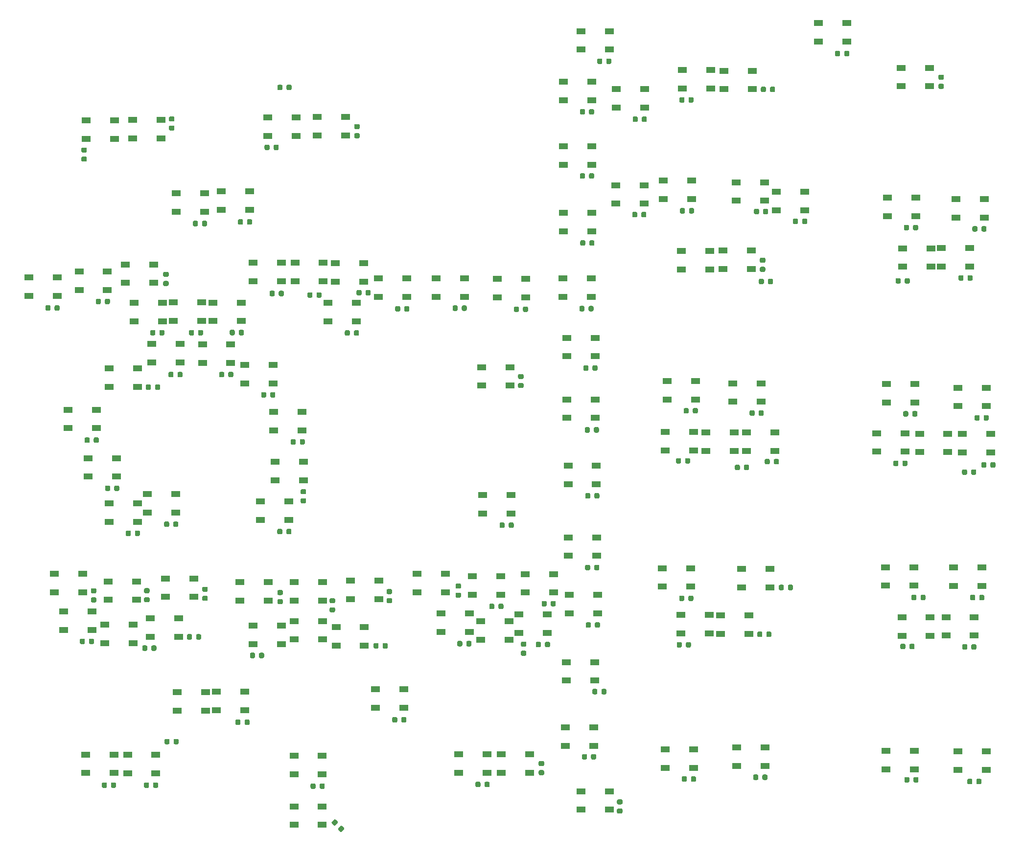
<source format=gbr>
%TF.GenerationSoftware,KiCad,Pcbnew,(5.1.6)-1*%
%TF.CreationDate,2020-12-18T17:17:26+11:00*%
%TF.ProjectId,COMM Panel PCB V2,434f4d4d-2050-4616-9e65-6c2050434220,rev?*%
%TF.SameCoordinates,Original*%
%TF.FileFunction,Paste,Top*%
%TF.FilePolarity,Positive*%
%FSLAX46Y46*%
G04 Gerber Fmt 4.6, Leading zero omitted, Abs format (unit mm)*
G04 Created by KiCad (PCBNEW (5.1.6)-1) date 2020-12-18 17:17:26*
%MOMM*%
%LPD*%
G01*
G04 APERTURE LIST*
%ADD10R,1.500000X1.000000*%
G04 APERTURE END LIST*
%TO.C,C48*%
G36*
G01*
X152186250Y-127122500D02*
X151673750Y-127122500D01*
G75*
G02*
X151455000Y-126903750I0J218750D01*
G01*
X151455000Y-126466250D01*
G75*
G02*
X151673750Y-126247500I218750J0D01*
G01*
X152186250Y-126247500D01*
G75*
G02*
X152405000Y-126466250I0J-218750D01*
G01*
X152405000Y-126903750D01*
G75*
G02*
X152186250Y-127122500I-218750J0D01*
G01*
G37*
G36*
G01*
X152186250Y-128697500D02*
X151673750Y-128697500D01*
G75*
G02*
X151455000Y-128478750I0J218750D01*
G01*
X151455000Y-128041250D01*
G75*
G02*
X151673750Y-127822500I218750J0D01*
G01*
X152186250Y-127822500D01*
G75*
G02*
X152405000Y-128041250I0J-218750D01*
G01*
X152405000Y-128478750D01*
G75*
G02*
X152186250Y-128697500I-218750J0D01*
G01*
G37*
%TD*%
%TO.C,C59*%
G36*
G01*
X166222500Y-26046250D02*
X166222500Y-25533750D01*
G75*
G02*
X166441250Y-25315000I218750J0D01*
G01*
X166878750Y-25315000D01*
G75*
G02*
X167097500Y-25533750I0J-218750D01*
G01*
X167097500Y-26046250D01*
G75*
G02*
X166878750Y-26265000I-218750J0D01*
G01*
X166441250Y-26265000D01*
G75*
G02*
X166222500Y-26046250I0J218750D01*
G01*
G37*
G36*
G01*
X164647500Y-26046250D02*
X164647500Y-25533750D01*
G75*
G02*
X164866250Y-25315000I218750J0D01*
G01*
X165303750Y-25315000D01*
G75*
G02*
X165522500Y-25533750I0J-218750D01*
G01*
X165522500Y-26046250D01*
G75*
G02*
X165303750Y-26265000I-218750J0D01*
G01*
X164866250Y-26265000D01*
G75*
G02*
X164647500Y-26046250I0J218750D01*
G01*
G37*
%TD*%
D10*
%TO.C,D109*%
X161850000Y-152150000D03*
X161850000Y-155350000D03*
X166750000Y-152150000D03*
X166750000Y-155350000D03*
%TD*%
%TO.C,C33*%
G36*
G01*
X86493750Y-118562500D02*
X87006250Y-118562500D01*
G75*
G02*
X87225000Y-118781250I0J-218750D01*
G01*
X87225000Y-119218750D01*
G75*
G02*
X87006250Y-119437500I-218750J0D01*
G01*
X86493750Y-119437500D01*
G75*
G02*
X86275000Y-119218750I0J218750D01*
G01*
X86275000Y-118781250D01*
G75*
G02*
X86493750Y-118562500I218750J0D01*
G01*
G37*
G36*
G01*
X86493750Y-116987500D02*
X87006250Y-116987500D01*
G75*
G02*
X87225000Y-117206250I0J-218750D01*
G01*
X87225000Y-117643750D01*
G75*
G02*
X87006250Y-117862500I-218750J0D01*
G01*
X86493750Y-117862500D01*
G75*
G02*
X86275000Y-117643750I0J218750D01*
G01*
X86275000Y-117206250D01*
G75*
G02*
X86493750Y-116987500I218750J0D01*
G01*
G37*
%TD*%
%TO.C,C25*%
G36*
G01*
X91312500Y-106181250D02*
X91312500Y-105668750D01*
G75*
G02*
X91531250Y-105450000I218750J0D01*
G01*
X91968750Y-105450000D01*
G75*
G02*
X92187500Y-105668750I0J-218750D01*
G01*
X92187500Y-106181250D01*
G75*
G02*
X91968750Y-106400000I-218750J0D01*
G01*
X91531250Y-106400000D01*
G75*
G02*
X91312500Y-106181250I0J218750D01*
G01*
G37*
G36*
G01*
X89737500Y-106181250D02*
X89737500Y-105668750D01*
G75*
G02*
X89956250Y-105450000I218750J0D01*
G01*
X90393750Y-105450000D01*
G75*
G02*
X90612500Y-105668750I0J-218750D01*
G01*
X90612500Y-106181250D01*
G75*
G02*
X90393750Y-106400000I-218750J0D01*
G01*
X89956250Y-106400000D01*
G75*
G02*
X89737500Y-106181250I0J218750D01*
G01*
G37*
%TD*%
%TO.C,R1*%
G36*
G01*
X110912500Y-30581250D02*
X110912500Y-30068750D01*
G75*
G02*
X111131250Y-29850000I218750J0D01*
G01*
X111568750Y-29850000D01*
G75*
G02*
X111787500Y-30068750I0J-218750D01*
G01*
X111787500Y-30581250D01*
G75*
G02*
X111568750Y-30800000I-218750J0D01*
G01*
X111131250Y-30800000D01*
G75*
G02*
X110912500Y-30581250I0J218750D01*
G01*
G37*
G36*
G01*
X109337500Y-30581250D02*
X109337500Y-30068750D01*
G75*
G02*
X109556250Y-29850000I218750J0D01*
G01*
X109993750Y-29850000D01*
G75*
G02*
X110212500Y-30068750I0J-218750D01*
G01*
X110212500Y-30581250D01*
G75*
G02*
X109993750Y-30800000I-218750J0D01*
G01*
X109556250Y-30800000D01*
G75*
G02*
X109337500Y-30581250I0J218750D01*
G01*
G37*
%TD*%
%TO.C,C110*%
G36*
G01*
X76156250Y-41587500D02*
X75643750Y-41587500D01*
G75*
G02*
X75425000Y-41368750I0J218750D01*
G01*
X75425000Y-40931250D01*
G75*
G02*
X75643750Y-40712500I218750J0D01*
G01*
X76156250Y-40712500D01*
G75*
G02*
X76375000Y-40931250I0J-218750D01*
G01*
X76375000Y-41368750D01*
G75*
G02*
X76156250Y-41587500I-218750J0D01*
G01*
G37*
G36*
G01*
X76156250Y-43162500D02*
X75643750Y-43162500D01*
G75*
G02*
X75425000Y-42943750I0J218750D01*
G01*
X75425000Y-42506250D01*
G75*
G02*
X75643750Y-42287500I218750J0D01*
G01*
X76156250Y-42287500D01*
G75*
G02*
X76375000Y-42506250I0J-218750D01*
G01*
X76375000Y-42943750D01*
G75*
G02*
X76156250Y-43162500I-218750J0D01*
G01*
G37*
%TD*%
%TO.C,C109*%
G36*
G01*
X168293750Y-155130000D02*
X168806250Y-155130000D01*
G75*
G02*
X169025000Y-155348750I0J-218750D01*
G01*
X169025000Y-155786250D01*
G75*
G02*
X168806250Y-156005000I-218750J0D01*
G01*
X168293750Y-156005000D01*
G75*
G02*
X168075000Y-155786250I0J218750D01*
G01*
X168075000Y-155348750D01*
G75*
G02*
X168293750Y-155130000I218750J0D01*
G01*
G37*
G36*
G01*
X168293750Y-153555000D02*
X168806250Y-153555000D01*
G75*
G02*
X169025000Y-153773750I0J-218750D01*
G01*
X169025000Y-154211250D01*
G75*
G02*
X168806250Y-154430000I-218750J0D01*
G01*
X168293750Y-154430000D01*
G75*
G02*
X168075000Y-154211250I0J218750D01*
G01*
X168075000Y-153773750D01*
G75*
G02*
X168293750Y-153555000I218750J0D01*
G01*
G37*
%TD*%
%TO.C,C108*%
G36*
G01*
X122570000Y-73076250D02*
X122570000Y-72563750D01*
G75*
G02*
X122788750Y-72345000I218750J0D01*
G01*
X123226250Y-72345000D01*
G75*
G02*
X123445000Y-72563750I0J-218750D01*
G01*
X123445000Y-73076250D01*
G75*
G02*
X123226250Y-73295000I-218750J0D01*
G01*
X122788750Y-73295000D01*
G75*
G02*
X122570000Y-73076250I0J218750D01*
G01*
G37*
G36*
G01*
X120995000Y-73076250D02*
X120995000Y-72563750D01*
G75*
G02*
X121213750Y-72345000I218750J0D01*
G01*
X121651250Y-72345000D01*
G75*
G02*
X121870000Y-72563750I0J-218750D01*
G01*
X121870000Y-73076250D01*
G75*
G02*
X121651250Y-73295000I-218750J0D01*
G01*
X121213750Y-73295000D01*
G75*
G02*
X120995000Y-73076250I0J218750D01*
G01*
G37*
%TD*%
%TO.C,C107*%
G36*
G01*
X207372500Y-24706250D02*
X207372500Y-24193750D01*
G75*
G02*
X207591250Y-23975000I218750J0D01*
G01*
X208028750Y-23975000D01*
G75*
G02*
X208247500Y-24193750I0J-218750D01*
G01*
X208247500Y-24706250D01*
G75*
G02*
X208028750Y-24925000I-218750J0D01*
G01*
X207591250Y-24925000D01*
G75*
G02*
X207372500Y-24706250I0J218750D01*
G01*
G37*
G36*
G01*
X205797500Y-24706250D02*
X205797500Y-24193750D01*
G75*
G02*
X206016250Y-23975000I218750J0D01*
G01*
X206453750Y-23975000D01*
G75*
G02*
X206672500Y-24193750I0J-218750D01*
G01*
X206672500Y-24706250D01*
G75*
G02*
X206453750Y-24925000I-218750J0D01*
G01*
X206016250Y-24925000D01*
G75*
G02*
X205797500Y-24706250I0J218750D01*
G01*
G37*
%TD*%
%TO.C,C106*%
G36*
G01*
X223883750Y-29687500D02*
X224396250Y-29687500D01*
G75*
G02*
X224615000Y-29906250I0J-218750D01*
G01*
X224615000Y-30343750D01*
G75*
G02*
X224396250Y-30562500I-218750J0D01*
G01*
X223883750Y-30562500D01*
G75*
G02*
X223665000Y-30343750I0J218750D01*
G01*
X223665000Y-29906250D01*
G75*
G02*
X223883750Y-29687500I218750J0D01*
G01*
G37*
G36*
G01*
X223883750Y-28112500D02*
X224396250Y-28112500D01*
G75*
G02*
X224615000Y-28331250I0J-218750D01*
G01*
X224615000Y-28768750D01*
G75*
G02*
X224396250Y-28987500I-218750J0D01*
G01*
X223883750Y-28987500D01*
G75*
G02*
X223665000Y-28768750I0J218750D01*
G01*
X223665000Y-28331250D01*
G75*
G02*
X223883750Y-28112500I218750J0D01*
G01*
G37*
%TD*%
%TO.C,C105*%
G36*
G01*
X193837500Y-30403750D02*
X193837500Y-30916250D01*
G75*
G02*
X193618750Y-31135000I-218750J0D01*
G01*
X193181250Y-31135000D01*
G75*
G02*
X192962500Y-30916250I0J218750D01*
G01*
X192962500Y-30403750D01*
G75*
G02*
X193181250Y-30185000I218750J0D01*
G01*
X193618750Y-30185000D01*
G75*
G02*
X193837500Y-30403750I0J-218750D01*
G01*
G37*
G36*
G01*
X195412500Y-30403750D02*
X195412500Y-30916250D01*
G75*
G02*
X195193750Y-31135000I-218750J0D01*
G01*
X194756250Y-31135000D01*
G75*
G02*
X194537500Y-30916250I0J218750D01*
G01*
X194537500Y-30403750D01*
G75*
G02*
X194756250Y-30185000I218750J0D01*
G01*
X195193750Y-30185000D01*
G75*
G02*
X195412500Y-30403750I0J-218750D01*
G01*
G37*
%TD*%
%TO.C,C104*%
G36*
G01*
X180442500Y-32736250D02*
X180442500Y-32223750D01*
G75*
G02*
X180661250Y-32005000I218750J0D01*
G01*
X181098750Y-32005000D01*
G75*
G02*
X181317500Y-32223750I0J-218750D01*
G01*
X181317500Y-32736250D01*
G75*
G02*
X181098750Y-32955000I-218750J0D01*
G01*
X180661250Y-32955000D01*
G75*
G02*
X180442500Y-32736250I0J218750D01*
G01*
G37*
G36*
G01*
X178867500Y-32736250D02*
X178867500Y-32223750D01*
G75*
G02*
X179086250Y-32005000I218750J0D01*
G01*
X179523750Y-32005000D01*
G75*
G02*
X179742500Y-32223750I0J-218750D01*
G01*
X179742500Y-32736250D01*
G75*
G02*
X179523750Y-32955000I-218750J0D01*
G01*
X179086250Y-32955000D01*
G75*
G02*
X178867500Y-32736250I0J218750D01*
G01*
G37*
%TD*%
%TO.C,C103*%
G36*
G01*
X172362500Y-36066250D02*
X172362500Y-35553750D01*
G75*
G02*
X172581250Y-35335000I218750J0D01*
G01*
X173018750Y-35335000D01*
G75*
G02*
X173237500Y-35553750I0J-218750D01*
G01*
X173237500Y-36066250D01*
G75*
G02*
X173018750Y-36285000I-218750J0D01*
G01*
X172581250Y-36285000D01*
G75*
G02*
X172362500Y-36066250I0J218750D01*
G01*
G37*
G36*
G01*
X170787500Y-36066250D02*
X170787500Y-35553750D01*
G75*
G02*
X171006250Y-35335000I218750J0D01*
G01*
X171443750Y-35335000D01*
G75*
G02*
X171662500Y-35553750I0J-218750D01*
G01*
X171662500Y-36066250D01*
G75*
G02*
X171443750Y-36285000I-218750J0D01*
G01*
X171006250Y-36285000D01*
G75*
G02*
X170787500Y-36066250I0J218750D01*
G01*
G37*
%TD*%
%TO.C,C102*%
G36*
G01*
X231117500Y-55056250D02*
X231117500Y-54543750D01*
G75*
G02*
X231336250Y-54325000I218750J0D01*
G01*
X231773750Y-54325000D01*
G75*
G02*
X231992500Y-54543750I0J-218750D01*
G01*
X231992500Y-55056250D01*
G75*
G02*
X231773750Y-55275000I-218750J0D01*
G01*
X231336250Y-55275000D01*
G75*
G02*
X231117500Y-55056250I0J218750D01*
G01*
G37*
G36*
G01*
X229542500Y-55056250D02*
X229542500Y-54543750D01*
G75*
G02*
X229761250Y-54325000I218750J0D01*
G01*
X230198750Y-54325000D01*
G75*
G02*
X230417500Y-54543750I0J-218750D01*
G01*
X230417500Y-55056250D01*
G75*
G02*
X230198750Y-55275000I-218750J0D01*
G01*
X229761250Y-55275000D01*
G75*
G02*
X229542500Y-55056250I0J218750D01*
G01*
G37*
%TD*%
%TO.C,C101*%
G36*
G01*
X219282500Y-54836250D02*
X219282500Y-54323750D01*
G75*
G02*
X219501250Y-54105000I218750J0D01*
G01*
X219938750Y-54105000D01*
G75*
G02*
X220157500Y-54323750I0J-218750D01*
G01*
X220157500Y-54836250D01*
G75*
G02*
X219938750Y-55055000I-218750J0D01*
G01*
X219501250Y-55055000D01*
G75*
G02*
X219282500Y-54836250I0J218750D01*
G01*
G37*
G36*
G01*
X217707500Y-54836250D02*
X217707500Y-54323750D01*
G75*
G02*
X217926250Y-54105000I218750J0D01*
G01*
X218363750Y-54105000D01*
G75*
G02*
X218582500Y-54323750I0J-218750D01*
G01*
X218582500Y-54836250D01*
G75*
G02*
X218363750Y-55055000I-218750J0D01*
G01*
X217926250Y-55055000D01*
G75*
G02*
X217707500Y-54836250I0J218750D01*
G01*
G37*
%TD*%
%TO.C,C100*%
G36*
G01*
X200092500Y-53746250D02*
X200092500Y-53233750D01*
G75*
G02*
X200311250Y-53015000I218750J0D01*
G01*
X200748750Y-53015000D01*
G75*
G02*
X200967500Y-53233750I0J-218750D01*
G01*
X200967500Y-53746250D01*
G75*
G02*
X200748750Y-53965000I-218750J0D01*
G01*
X200311250Y-53965000D01*
G75*
G02*
X200092500Y-53746250I0J218750D01*
G01*
G37*
G36*
G01*
X198517500Y-53746250D02*
X198517500Y-53233750D01*
G75*
G02*
X198736250Y-53015000I218750J0D01*
G01*
X199173750Y-53015000D01*
G75*
G02*
X199392500Y-53233750I0J-218750D01*
G01*
X199392500Y-53746250D01*
G75*
G02*
X199173750Y-53965000I-218750J0D01*
G01*
X198736250Y-53965000D01*
G75*
G02*
X198517500Y-53746250I0J218750D01*
G01*
G37*
%TD*%
%TO.C,C99*%
G36*
G01*
X193350000Y-52056250D02*
X193350000Y-51543750D01*
G75*
G02*
X193568750Y-51325000I218750J0D01*
G01*
X194006250Y-51325000D01*
G75*
G02*
X194225000Y-51543750I0J-218750D01*
G01*
X194225000Y-52056250D01*
G75*
G02*
X194006250Y-52275000I-218750J0D01*
G01*
X193568750Y-52275000D01*
G75*
G02*
X193350000Y-52056250I0J218750D01*
G01*
G37*
G36*
G01*
X191775000Y-52056250D02*
X191775000Y-51543750D01*
G75*
G02*
X191993750Y-51325000I218750J0D01*
G01*
X192431250Y-51325000D01*
G75*
G02*
X192650000Y-51543750I0J-218750D01*
G01*
X192650000Y-52056250D01*
G75*
G02*
X192431250Y-52275000I-218750J0D01*
G01*
X191993750Y-52275000D01*
G75*
G02*
X191775000Y-52056250I0J218750D01*
G01*
G37*
%TD*%
%TO.C,C98*%
G36*
G01*
X180527500Y-51926250D02*
X180527500Y-51413750D01*
G75*
G02*
X180746250Y-51195000I218750J0D01*
G01*
X181183750Y-51195000D01*
G75*
G02*
X181402500Y-51413750I0J-218750D01*
G01*
X181402500Y-51926250D01*
G75*
G02*
X181183750Y-52145000I-218750J0D01*
G01*
X180746250Y-52145000D01*
G75*
G02*
X180527500Y-51926250I0J218750D01*
G01*
G37*
G36*
G01*
X178952500Y-51926250D02*
X178952500Y-51413750D01*
G75*
G02*
X179171250Y-51195000I218750J0D01*
G01*
X179608750Y-51195000D01*
G75*
G02*
X179827500Y-51413750I0J-218750D01*
G01*
X179827500Y-51926250D01*
G75*
G02*
X179608750Y-52145000I-218750J0D01*
G01*
X179171250Y-52145000D01*
G75*
G02*
X178952500Y-51926250I0J218750D01*
G01*
G37*
%TD*%
%TO.C,C97*%
G36*
G01*
X172277500Y-52596250D02*
X172277500Y-52083750D01*
G75*
G02*
X172496250Y-51865000I218750J0D01*
G01*
X172933750Y-51865000D01*
G75*
G02*
X173152500Y-52083750I0J-218750D01*
G01*
X173152500Y-52596250D01*
G75*
G02*
X172933750Y-52815000I-218750J0D01*
G01*
X172496250Y-52815000D01*
G75*
G02*
X172277500Y-52596250I0J218750D01*
G01*
G37*
G36*
G01*
X170702500Y-52596250D02*
X170702500Y-52083750D01*
G75*
G02*
X170921250Y-51865000I218750J0D01*
G01*
X171358750Y-51865000D01*
G75*
G02*
X171577500Y-52083750I0J-218750D01*
G01*
X171577500Y-52596250D01*
G75*
G02*
X171358750Y-52815000I-218750J0D01*
G01*
X170921250Y-52815000D01*
G75*
G02*
X170702500Y-52596250I0J218750D01*
G01*
G37*
%TD*%
%TO.C,C96*%
G36*
G01*
X228712500Y-63556250D02*
X228712500Y-63043750D01*
G75*
G02*
X228931250Y-62825000I218750J0D01*
G01*
X229368750Y-62825000D01*
G75*
G02*
X229587500Y-63043750I0J-218750D01*
G01*
X229587500Y-63556250D01*
G75*
G02*
X229368750Y-63775000I-218750J0D01*
G01*
X228931250Y-63775000D01*
G75*
G02*
X228712500Y-63556250I0J218750D01*
G01*
G37*
G36*
G01*
X227137500Y-63556250D02*
X227137500Y-63043750D01*
G75*
G02*
X227356250Y-62825000I218750J0D01*
G01*
X227793750Y-62825000D01*
G75*
G02*
X228012500Y-63043750I0J-218750D01*
G01*
X228012500Y-63556250D01*
G75*
G02*
X227793750Y-63775000I-218750J0D01*
G01*
X227356250Y-63775000D01*
G75*
G02*
X227137500Y-63556250I0J218750D01*
G01*
G37*
%TD*%
%TO.C,C95*%
G36*
G01*
X217850000Y-64056250D02*
X217850000Y-63543750D01*
G75*
G02*
X218068750Y-63325000I218750J0D01*
G01*
X218506250Y-63325000D01*
G75*
G02*
X218725000Y-63543750I0J-218750D01*
G01*
X218725000Y-64056250D01*
G75*
G02*
X218506250Y-64275000I-218750J0D01*
G01*
X218068750Y-64275000D01*
G75*
G02*
X217850000Y-64056250I0J218750D01*
G01*
G37*
G36*
G01*
X216275000Y-64056250D02*
X216275000Y-63543750D01*
G75*
G02*
X216493750Y-63325000I218750J0D01*
G01*
X216931250Y-63325000D01*
G75*
G02*
X217150000Y-63543750I0J-218750D01*
G01*
X217150000Y-64056250D01*
G75*
G02*
X216931250Y-64275000I-218750J0D01*
G01*
X216493750Y-64275000D01*
G75*
G02*
X216275000Y-64056250I0J218750D01*
G01*
G37*
%TD*%
%TO.C,C94*%
G36*
G01*
X193003750Y-61367500D02*
X193516250Y-61367500D01*
G75*
G02*
X193735000Y-61586250I0J-218750D01*
G01*
X193735000Y-62023750D01*
G75*
G02*
X193516250Y-62242500I-218750J0D01*
G01*
X193003750Y-62242500D01*
G75*
G02*
X192785000Y-62023750I0J218750D01*
G01*
X192785000Y-61586250D01*
G75*
G02*
X193003750Y-61367500I218750J0D01*
G01*
G37*
G36*
G01*
X193003750Y-59792500D02*
X193516250Y-59792500D01*
G75*
G02*
X193735000Y-60011250I0J-218750D01*
G01*
X193735000Y-60448750D01*
G75*
G02*
X193516250Y-60667500I-218750J0D01*
G01*
X193003750Y-60667500D01*
G75*
G02*
X192785000Y-60448750I0J218750D01*
G01*
X192785000Y-60011250D01*
G75*
G02*
X193003750Y-59792500I218750J0D01*
G01*
G37*
%TD*%
%TO.C,C93*%
G36*
G01*
X193477500Y-63653750D02*
X193477500Y-64166250D01*
G75*
G02*
X193258750Y-64385000I-218750J0D01*
G01*
X192821250Y-64385000D01*
G75*
G02*
X192602500Y-64166250I0J218750D01*
G01*
X192602500Y-63653750D01*
G75*
G02*
X192821250Y-63435000I218750J0D01*
G01*
X193258750Y-63435000D01*
G75*
G02*
X193477500Y-63653750I0J-218750D01*
G01*
G37*
G36*
G01*
X195052500Y-63653750D02*
X195052500Y-64166250D01*
G75*
G02*
X194833750Y-64385000I-218750J0D01*
G01*
X194396250Y-64385000D01*
G75*
G02*
X194177500Y-64166250I0J218750D01*
G01*
X194177500Y-63653750D01*
G75*
G02*
X194396250Y-63435000I218750J0D01*
G01*
X194833750Y-63435000D01*
G75*
G02*
X195052500Y-63653750I0J-218750D01*
G01*
G37*
%TD*%
%TO.C,C92*%
G36*
G01*
X231492500Y-87766250D02*
X231492500Y-87253750D01*
G75*
G02*
X231711250Y-87035000I218750J0D01*
G01*
X232148750Y-87035000D01*
G75*
G02*
X232367500Y-87253750I0J-218750D01*
G01*
X232367500Y-87766250D01*
G75*
G02*
X232148750Y-87985000I-218750J0D01*
G01*
X231711250Y-87985000D01*
G75*
G02*
X231492500Y-87766250I0J218750D01*
G01*
G37*
G36*
G01*
X229917500Y-87766250D02*
X229917500Y-87253750D01*
G75*
G02*
X230136250Y-87035000I218750J0D01*
G01*
X230573750Y-87035000D01*
G75*
G02*
X230792500Y-87253750I0J-218750D01*
G01*
X230792500Y-87766250D01*
G75*
G02*
X230573750Y-87985000I-218750J0D01*
G01*
X230136250Y-87985000D01*
G75*
G02*
X229917500Y-87766250I0J218750D01*
G01*
G37*
%TD*%
%TO.C,C91*%
G36*
G01*
X219157500Y-87076250D02*
X219157500Y-86563750D01*
G75*
G02*
X219376250Y-86345000I218750J0D01*
G01*
X219813750Y-86345000D01*
G75*
G02*
X220032500Y-86563750I0J-218750D01*
G01*
X220032500Y-87076250D01*
G75*
G02*
X219813750Y-87295000I-218750J0D01*
G01*
X219376250Y-87295000D01*
G75*
G02*
X219157500Y-87076250I0J218750D01*
G01*
G37*
G36*
G01*
X217582500Y-87076250D02*
X217582500Y-86563750D01*
G75*
G02*
X217801250Y-86345000I218750J0D01*
G01*
X218238750Y-86345000D01*
G75*
G02*
X218457500Y-86563750I0J-218750D01*
G01*
X218457500Y-87076250D01*
G75*
G02*
X218238750Y-87295000I-218750J0D01*
G01*
X217801250Y-87295000D01*
G75*
G02*
X217582500Y-87076250I0J218750D01*
G01*
G37*
%TD*%
%TO.C,C90*%
G36*
G01*
X192592500Y-86936250D02*
X192592500Y-86423750D01*
G75*
G02*
X192811250Y-86205000I218750J0D01*
G01*
X193248750Y-86205000D01*
G75*
G02*
X193467500Y-86423750I0J-218750D01*
G01*
X193467500Y-86936250D01*
G75*
G02*
X193248750Y-87155000I-218750J0D01*
G01*
X192811250Y-87155000D01*
G75*
G02*
X192592500Y-86936250I0J218750D01*
G01*
G37*
G36*
G01*
X191017500Y-86936250D02*
X191017500Y-86423750D01*
G75*
G02*
X191236250Y-86205000I218750J0D01*
G01*
X191673750Y-86205000D01*
G75*
G02*
X191892500Y-86423750I0J-218750D01*
G01*
X191892500Y-86936250D01*
G75*
G02*
X191673750Y-87155000I-218750J0D01*
G01*
X191236250Y-87155000D01*
G75*
G02*
X191017500Y-86936250I0J218750D01*
G01*
G37*
%TD*%
%TO.C,C89*%
G36*
G01*
X181182500Y-86546250D02*
X181182500Y-86033750D01*
G75*
G02*
X181401250Y-85815000I218750J0D01*
G01*
X181838750Y-85815000D01*
G75*
G02*
X182057500Y-86033750I0J-218750D01*
G01*
X182057500Y-86546250D01*
G75*
G02*
X181838750Y-86765000I-218750J0D01*
G01*
X181401250Y-86765000D01*
G75*
G02*
X181182500Y-86546250I0J218750D01*
G01*
G37*
G36*
G01*
X179607500Y-86546250D02*
X179607500Y-86033750D01*
G75*
G02*
X179826250Y-85815000I218750J0D01*
G01*
X180263750Y-85815000D01*
G75*
G02*
X180482500Y-86033750I0J-218750D01*
G01*
X180482500Y-86546250D01*
G75*
G02*
X180263750Y-86765000I-218750J0D01*
G01*
X179826250Y-86765000D01*
G75*
G02*
X179607500Y-86546250I0J218750D01*
G01*
G37*
%TD*%
%TO.C,C88*%
G36*
G01*
X232662500Y-95916250D02*
X232662500Y-95403750D01*
G75*
G02*
X232881250Y-95185000I218750J0D01*
G01*
X233318750Y-95185000D01*
G75*
G02*
X233537500Y-95403750I0J-218750D01*
G01*
X233537500Y-95916250D01*
G75*
G02*
X233318750Y-96135000I-218750J0D01*
G01*
X232881250Y-96135000D01*
G75*
G02*
X232662500Y-95916250I0J218750D01*
G01*
G37*
G36*
G01*
X231087500Y-95916250D02*
X231087500Y-95403750D01*
G75*
G02*
X231306250Y-95185000I218750J0D01*
G01*
X231743750Y-95185000D01*
G75*
G02*
X231962500Y-95403750I0J-218750D01*
G01*
X231962500Y-95916250D01*
G75*
G02*
X231743750Y-96135000I-218750J0D01*
G01*
X231306250Y-96135000D01*
G75*
G02*
X231087500Y-95916250I0J218750D01*
G01*
G37*
%TD*%
%TO.C,C87*%
G36*
G01*
X229330000Y-97156250D02*
X229330000Y-96643750D01*
G75*
G02*
X229548750Y-96425000I218750J0D01*
G01*
X229986250Y-96425000D01*
G75*
G02*
X230205000Y-96643750I0J-218750D01*
G01*
X230205000Y-97156250D01*
G75*
G02*
X229986250Y-97375000I-218750J0D01*
G01*
X229548750Y-97375000D01*
G75*
G02*
X229330000Y-97156250I0J218750D01*
G01*
G37*
G36*
G01*
X227755000Y-97156250D02*
X227755000Y-96643750D01*
G75*
G02*
X227973750Y-96425000I218750J0D01*
G01*
X228411250Y-96425000D01*
G75*
G02*
X228630000Y-96643750I0J-218750D01*
G01*
X228630000Y-97156250D01*
G75*
G02*
X228411250Y-97375000I-218750J0D01*
G01*
X227973750Y-97375000D01*
G75*
G02*
X227755000Y-97156250I0J218750D01*
G01*
G37*
%TD*%
%TO.C,C86*%
G36*
G01*
X217442500Y-95646250D02*
X217442500Y-95133750D01*
G75*
G02*
X217661250Y-94915000I218750J0D01*
G01*
X218098750Y-94915000D01*
G75*
G02*
X218317500Y-95133750I0J-218750D01*
G01*
X218317500Y-95646250D01*
G75*
G02*
X218098750Y-95865000I-218750J0D01*
G01*
X217661250Y-95865000D01*
G75*
G02*
X217442500Y-95646250I0J218750D01*
G01*
G37*
G36*
G01*
X215867500Y-95646250D02*
X215867500Y-95133750D01*
G75*
G02*
X216086250Y-94915000I218750J0D01*
G01*
X216523750Y-94915000D01*
G75*
G02*
X216742500Y-95133750I0J-218750D01*
G01*
X216742500Y-95646250D01*
G75*
G02*
X216523750Y-95865000I-218750J0D01*
G01*
X216086250Y-95865000D01*
G75*
G02*
X215867500Y-95646250I0J218750D01*
G01*
G37*
%TD*%
%TO.C,C85*%
G36*
G01*
X195200000Y-95356250D02*
X195200000Y-94843750D01*
G75*
G02*
X195418750Y-94625000I218750J0D01*
G01*
X195856250Y-94625000D01*
G75*
G02*
X196075000Y-94843750I0J-218750D01*
G01*
X196075000Y-95356250D01*
G75*
G02*
X195856250Y-95575000I-218750J0D01*
G01*
X195418750Y-95575000D01*
G75*
G02*
X195200000Y-95356250I0J218750D01*
G01*
G37*
G36*
G01*
X193625000Y-95356250D02*
X193625000Y-94843750D01*
G75*
G02*
X193843750Y-94625000I218750J0D01*
G01*
X194281250Y-94625000D01*
G75*
G02*
X194500000Y-94843750I0J-218750D01*
G01*
X194500000Y-95356250D01*
G75*
G02*
X194281250Y-95575000I-218750J0D01*
G01*
X193843750Y-95575000D01*
G75*
G02*
X193625000Y-95356250I0J218750D01*
G01*
G37*
%TD*%
%TO.C,C84*%
G36*
G01*
X190030000Y-96356250D02*
X190030000Y-95843750D01*
G75*
G02*
X190248750Y-95625000I218750J0D01*
G01*
X190686250Y-95625000D01*
G75*
G02*
X190905000Y-95843750I0J-218750D01*
G01*
X190905000Y-96356250D01*
G75*
G02*
X190686250Y-96575000I-218750J0D01*
G01*
X190248750Y-96575000D01*
G75*
G02*
X190030000Y-96356250I0J218750D01*
G01*
G37*
G36*
G01*
X188455000Y-96356250D02*
X188455000Y-95843750D01*
G75*
G02*
X188673750Y-95625000I218750J0D01*
G01*
X189111250Y-95625000D01*
G75*
G02*
X189330000Y-95843750I0J-218750D01*
G01*
X189330000Y-96356250D01*
G75*
G02*
X189111250Y-96575000I-218750J0D01*
G01*
X188673750Y-96575000D01*
G75*
G02*
X188455000Y-96356250I0J218750D01*
G01*
G37*
%TD*%
%TO.C,C83*%
G36*
G01*
X179850000Y-95206250D02*
X179850000Y-94693750D01*
G75*
G02*
X180068750Y-94475000I218750J0D01*
G01*
X180506250Y-94475000D01*
G75*
G02*
X180725000Y-94693750I0J-218750D01*
G01*
X180725000Y-95206250D01*
G75*
G02*
X180506250Y-95425000I-218750J0D01*
G01*
X180068750Y-95425000D01*
G75*
G02*
X179850000Y-95206250I0J218750D01*
G01*
G37*
G36*
G01*
X178275000Y-95206250D02*
X178275000Y-94693750D01*
G75*
G02*
X178493750Y-94475000I218750J0D01*
G01*
X178931250Y-94475000D01*
G75*
G02*
X179150000Y-94693750I0J-218750D01*
G01*
X179150000Y-95206250D01*
G75*
G02*
X178931250Y-95425000I-218750J0D01*
G01*
X178493750Y-95425000D01*
G75*
G02*
X178275000Y-95206250I0J218750D01*
G01*
G37*
%TD*%
%TO.C,C82*%
G36*
G01*
X230732500Y-118876250D02*
X230732500Y-118363750D01*
G75*
G02*
X230951250Y-118145000I218750J0D01*
G01*
X231388750Y-118145000D01*
G75*
G02*
X231607500Y-118363750I0J-218750D01*
G01*
X231607500Y-118876250D01*
G75*
G02*
X231388750Y-119095000I-218750J0D01*
G01*
X230951250Y-119095000D01*
G75*
G02*
X230732500Y-118876250I0J218750D01*
G01*
G37*
G36*
G01*
X229157500Y-118876250D02*
X229157500Y-118363750D01*
G75*
G02*
X229376250Y-118145000I218750J0D01*
G01*
X229813750Y-118145000D01*
G75*
G02*
X230032500Y-118363750I0J-218750D01*
G01*
X230032500Y-118876250D01*
G75*
G02*
X229813750Y-119095000I-218750J0D01*
G01*
X229376250Y-119095000D01*
G75*
G02*
X229157500Y-118876250I0J218750D01*
G01*
G37*
%TD*%
%TO.C,C81*%
G36*
G01*
X219872500Y-118343750D02*
X219872500Y-118856250D01*
G75*
G02*
X219653750Y-119075000I-218750J0D01*
G01*
X219216250Y-119075000D01*
G75*
G02*
X218997500Y-118856250I0J218750D01*
G01*
X218997500Y-118343750D01*
G75*
G02*
X219216250Y-118125000I218750J0D01*
G01*
X219653750Y-118125000D01*
G75*
G02*
X219872500Y-118343750I0J-218750D01*
G01*
G37*
G36*
G01*
X221447500Y-118343750D02*
X221447500Y-118856250D01*
G75*
G02*
X221228750Y-119075000I-218750J0D01*
G01*
X220791250Y-119075000D01*
G75*
G02*
X220572500Y-118856250I0J218750D01*
G01*
X220572500Y-118343750D01*
G75*
G02*
X220791250Y-118125000I218750J0D01*
G01*
X221228750Y-118125000D01*
G75*
G02*
X221447500Y-118343750I0J-218750D01*
G01*
G37*
%TD*%
%TO.C,C80*%
G36*
G01*
X196937500Y-116618750D02*
X196937500Y-117131250D01*
G75*
G02*
X196718750Y-117350000I-218750J0D01*
G01*
X196281250Y-117350000D01*
G75*
G02*
X196062500Y-117131250I0J218750D01*
G01*
X196062500Y-116618750D01*
G75*
G02*
X196281250Y-116400000I218750J0D01*
G01*
X196718750Y-116400000D01*
G75*
G02*
X196937500Y-116618750I0J-218750D01*
G01*
G37*
G36*
G01*
X198512500Y-116618750D02*
X198512500Y-117131250D01*
G75*
G02*
X198293750Y-117350000I-218750J0D01*
G01*
X197856250Y-117350000D01*
G75*
G02*
X197637500Y-117131250I0J218750D01*
G01*
X197637500Y-116618750D01*
G75*
G02*
X197856250Y-116400000I218750J0D01*
G01*
X198293750Y-116400000D01*
G75*
G02*
X198512500Y-116618750I0J-218750D01*
G01*
G37*
%TD*%
%TO.C,C79*%
G36*
G01*
X180412500Y-119016250D02*
X180412500Y-118503750D01*
G75*
G02*
X180631250Y-118285000I218750J0D01*
G01*
X181068750Y-118285000D01*
G75*
G02*
X181287500Y-118503750I0J-218750D01*
G01*
X181287500Y-119016250D01*
G75*
G02*
X181068750Y-119235000I-218750J0D01*
G01*
X180631250Y-119235000D01*
G75*
G02*
X180412500Y-119016250I0J218750D01*
G01*
G37*
G36*
G01*
X178837500Y-119016250D02*
X178837500Y-118503750D01*
G75*
G02*
X179056250Y-118285000I218750J0D01*
G01*
X179493750Y-118285000D01*
G75*
G02*
X179712500Y-118503750I0J-218750D01*
G01*
X179712500Y-119016250D01*
G75*
G02*
X179493750Y-119235000I-218750J0D01*
G01*
X179056250Y-119235000D01*
G75*
G02*
X178837500Y-119016250I0J218750D01*
G01*
G37*
%TD*%
%TO.C,C78*%
G36*
G01*
X229357500Y-127416250D02*
X229357500Y-126903750D01*
G75*
G02*
X229576250Y-126685000I218750J0D01*
G01*
X230013750Y-126685000D01*
G75*
G02*
X230232500Y-126903750I0J-218750D01*
G01*
X230232500Y-127416250D01*
G75*
G02*
X230013750Y-127635000I-218750J0D01*
G01*
X229576250Y-127635000D01*
G75*
G02*
X229357500Y-127416250I0J218750D01*
G01*
G37*
G36*
G01*
X227782500Y-127416250D02*
X227782500Y-126903750D01*
G75*
G02*
X228001250Y-126685000I218750J0D01*
G01*
X228438750Y-126685000D01*
G75*
G02*
X228657500Y-126903750I0J-218750D01*
G01*
X228657500Y-127416250D01*
G75*
G02*
X228438750Y-127635000I-218750J0D01*
G01*
X228001250Y-127635000D01*
G75*
G02*
X227782500Y-127416250I0J218750D01*
G01*
G37*
%TD*%
%TO.C,C77*%
G36*
G01*
X218657960Y-127350230D02*
X218657960Y-126837730D01*
G75*
G02*
X218876710Y-126618980I218750J0D01*
G01*
X219314210Y-126618980D01*
G75*
G02*
X219532960Y-126837730I0J-218750D01*
G01*
X219532960Y-127350230D01*
G75*
G02*
X219314210Y-127568980I-218750J0D01*
G01*
X218876710Y-127568980D01*
G75*
G02*
X218657960Y-127350230I0J218750D01*
G01*
G37*
G36*
G01*
X217082960Y-127350230D02*
X217082960Y-126837730D01*
G75*
G02*
X217301710Y-126618980I218750J0D01*
G01*
X217739210Y-126618980D01*
G75*
G02*
X217957960Y-126837730I0J-218750D01*
G01*
X217957960Y-127350230D01*
G75*
G02*
X217739210Y-127568980I-218750J0D01*
G01*
X217301710Y-127568980D01*
G75*
G02*
X217082960Y-127350230I0J218750D01*
G01*
G37*
%TD*%
%TO.C,C76*%
G36*
G01*
X193212500Y-124718750D02*
X193212500Y-125231250D01*
G75*
G02*
X192993750Y-125450000I-218750J0D01*
G01*
X192556250Y-125450000D01*
G75*
G02*
X192337500Y-125231250I0J218750D01*
G01*
X192337500Y-124718750D01*
G75*
G02*
X192556250Y-124500000I218750J0D01*
G01*
X192993750Y-124500000D01*
G75*
G02*
X193212500Y-124718750I0J-218750D01*
G01*
G37*
G36*
G01*
X194787500Y-124718750D02*
X194787500Y-125231250D01*
G75*
G02*
X194568750Y-125450000I-218750J0D01*
G01*
X194131250Y-125450000D01*
G75*
G02*
X193912500Y-125231250I0J218750D01*
G01*
X193912500Y-124718750D01*
G75*
G02*
X194131250Y-124500000I218750J0D01*
G01*
X194568750Y-124500000D01*
G75*
G02*
X194787500Y-124718750I0J-218750D01*
G01*
G37*
%TD*%
%TO.C,C75*%
G36*
G01*
X179987500Y-127056250D02*
X179987500Y-126543750D01*
G75*
G02*
X180206250Y-126325000I218750J0D01*
G01*
X180643750Y-126325000D01*
G75*
G02*
X180862500Y-126543750I0J-218750D01*
G01*
X180862500Y-127056250D01*
G75*
G02*
X180643750Y-127275000I-218750J0D01*
G01*
X180206250Y-127275000D01*
G75*
G02*
X179987500Y-127056250I0J218750D01*
G01*
G37*
G36*
G01*
X178412500Y-127056250D02*
X178412500Y-126543750D01*
G75*
G02*
X178631250Y-126325000I218750J0D01*
G01*
X179068750Y-126325000D01*
G75*
G02*
X179287500Y-126543750I0J-218750D01*
G01*
X179287500Y-127056250D01*
G75*
G02*
X179068750Y-127275000I-218750J0D01*
G01*
X178631250Y-127275000D01*
G75*
G02*
X178412500Y-127056250I0J218750D01*
G01*
G37*
%TD*%
%TO.C,C74*%
G36*
G01*
X230237500Y-150716250D02*
X230237500Y-150203750D01*
G75*
G02*
X230456250Y-149985000I218750J0D01*
G01*
X230893750Y-149985000D01*
G75*
G02*
X231112500Y-150203750I0J-218750D01*
G01*
X231112500Y-150716250D01*
G75*
G02*
X230893750Y-150935000I-218750J0D01*
G01*
X230456250Y-150935000D01*
G75*
G02*
X230237500Y-150716250I0J218750D01*
G01*
G37*
G36*
G01*
X228662500Y-150716250D02*
X228662500Y-150203750D01*
G75*
G02*
X228881250Y-149985000I218750J0D01*
G01*
X229318750Y-149985000D01*
G75*
G02*
X229537500Y-150203750I0J-218750D01*
G01*
X229537500Y-150716250D01*
G75*
G02*
X229318750Y-150935000I-218750J0D01*
G01*
X228881250Y-150935000D01*
G75*
G02*
X228662500Y-150716250I0J218750D01*
G01*
G37*
%TD*%
%TO.C,C73*%
G36*
G01*
X219350000Y-150421050D02*
X219350000Y-149908550D01*
G75*
G02*
X219568750Y-149689800I218750J0D01*
G01*
X220006250Y-149689800D01*
G75*
G02*
X220225000Y-149908550I0J-218750D01*
G01*
X220225000Y-150421050D01*
G75*
G02*
X220006250Y-150639800I-218750J0D01*
G01*
X219568750Y-150639800D01*
G75*
G02*
X219350000Y-150421050I0J218750D01*
G01*
G37*
G36*
G01*
X217775000Y-150421050D02*
X217775000Y-149908550D01*
G75*
G02*
X217993750Y-149689800I218750J0D01*
G01*
X218431250Y-149689800D01*
G75*
G02*
X218650000Y-149908550I0J-218750D01*
G01*
X218650000Y-150421050D01*
G75*
G02*
X218431250Y-150639800I-218750J0D01*
G01*
X217993750Y-150639800D01*
G75*
G02*
X217775000Y-150421050I0J218750D01*
G01*
G37*
%TD*%
%TO.C,C72*%
G36*
G01*
X193212500Y-149981250D02*
X193212500Y-149468750D01*
G75*
G02*
X193431250Y-149250000I218750J0D01*
G01*
X193868750Y-149250000D01*
G75*
G02*
X194087500Y-149468750I0J-218750D01*
G01*
X194087500Y-149981250D01*
G75*
G02*
X193868750Y-150200000I-218750J0D01*
G01*
X193431250Y-150200000D01*
G75*
G02*
X193212500Y-149981250I0J218750D01*
G01*
G37*
G36*
G01*
X191637500Y-149981250D02*
X191637500Y-149468750D01*
G75*
G02*
X191856250Y-149250000I218750J0D01*
G01*
X192293750Y-149250000D01*
G75*
G02*
X192512500Y-149468750I0J-218750D01*
G01*
X192512500Y-149981250D01*
G75*
G02*
X192293750Y-150200000I-218750J0D01*
G01*
X191856250Y-150200000D01*
G75*
G02*
X191637500Y-149981250I0J218750D01*
G01*
G37*
%TD*%
%TO.C,C71*%
G36*
G01*
X180862500Y-150281250D02*
X180862500Y-149768750D01*
G75*
G02*
X181081250Y-149550000I218750J0D01*
G01*
X181518750Y-149550000D01*
G75*
G02*
X181737500Y-149768750I0J-218750D01*
G01*
X181737500Y-150281250D01*
G75*
G02*
X181518750Y-150500000I-218750J0D01*
G01*
X181081250Y-150500000D01*
G75*
G02*
X180862500Y-150281250I0J218750D01*
G01*
G37*
G36*
G01*
X179287500Y-150281250D02*
X179287500Y-149768750D01*
G75*
G02*
X179506250Y-149550000I218750J0D01*
G01*
X179943750Y-149550000D01*
G75*
G02*
X180162500Y-149768750I0J-218750D01*
G01*
X180162500Y-150281250D01*
G75*
G02*
X179943750Y-150500000I-218750J0D01*
G01*
X179506250Y-150500000D01*
G75*
G02*
X179287500Y-150281250I0J218750D01*
G01*
G37*
%TD*%
%TO.C,C70*%
G36*
G01*
X163587500Y-146431250D02*
X163587500Y-145918750D01*
G75*
G02*
X163806250Y-145700000I218750J0D01*
G01*
X164243750Y-145700000D01*
G75*
G02*
X164462500Y-145918750I0J-218750D01*
G01*
X164462500Y-146431250D01*
G75*
G02*
X164243750Y-146650000I-218750J0D01*
G01*
X163806250Y-146650000D01*
G75*
G02*
X163587500Y-146431250I0J218750D01*
G01*
G37*
G36*
G01*
X162012500Y-146431250D02*
X162012500Y-145918750D01*
G75*
G02*
X162231250Y-145700000I218750J0D01*
G01*
X162668750Y-145700000D01*
G75*
G02*
X162887500Y-145918750I0J-218750D01*
G01*
X162887500Y-146431250D01*
G75*
G02*
X162668750Y-146650000I-218750J0D01*
G01*
X162231250Y-146650000D01*
G75*
G02*
X162012500Y-146431250I0J218750D01*
G01*
G37*
%TD*%
%TO.C,C69*%
G36*
G01*
X164687500Y-134643750D02*
X164687500Y-135156250D01*
G75*
G02*
X164468750Y-135375000I-218750J0D01*
G01*
X164031250Y-135375000D01*
G75*
G02*
X163812500Y-135156250I0J218750D01*
G01*
X163812500Y-134643750D01*
G75*
G02*
X164031250Y-134425000I218750J0D01*
G01*
X164468750Y-134425000D01*
G75*
G02*
X164687500Y-134643750I0J-218750D01*
G01*
G37*
G36*
G01*
X166262500Y-134643750D02*
X166262500Y-135156250D01*
G75*
G02*
X166043750Y-135375000I-218750J0D01*
G01*
X165606250Y-135375000D01*
G75*
G02*
X165387500Y-135156250I0J218750D01*
G01*
X165387500Y-134643750D01*
G75*
G02*
X165606250Y-134425000I218750J0D01*
G01*
X166043750Y-134425000D01*
G75*
G02*
X166262500Y-134643750I0J-218750D01*
G01*
G37*
%TD*%
%TO.C,C68*%
G36*
G01*
X164250000Y-123631250D02*
X164250000Y-123118750D01*
G75*
G02*
X164468750Y-122900000I218750J0D01*
G01*
X164906250Y-122900000D01*
G75*
G02*
X165125000Y-123118750I0J-218750D01*
G01*
X165125000Y-123631250D01*
G75*
G02*
X164906250Y-123850000I-218750J0D01*
G01*
X164468750Y-123850000D01*
G75*
G02*
X164250000Y-123631250I0J218750D01*
G01*
G37*
G36*
G01*
X162675000Y-123631250D02*
X162675000Y-123118750D01*
G75*
G02*
X162893750Y-122900000I218750J0D01*
G01*
X163331250Y-122900000D01*
G75*
G02*
X163550000Y-123118750I0J-218750D01*
G01*
X163550000Y-123631250D01*
G75*
G02*
X163331250Y-123850000I-218750J0D01*
G01*
X162893750Y-123850000D01*
G75*
G02*
X162675000Y-123631250I0J218750D01*
G01*
G37*
%TD*%
%TO.C,C67*%
G36*
G01*
X164137500Y-113681250D02*
X164137500Y-113168750D01*
G75*
G02*
X164356250Y-112950000I218750J0D01*
G01*
X164793750Y-112950000D01*
G75*
G02*
X165012500Y-113168750I0J-218750D01*
G01*
X165012500Y-113681250D01*
G75*
G02*
X164793750Y-113900000I-218750J0D01*
G01*
X164356250Y-113900000D01*
G75*
G02*
X164137500Y-113681250I0J218750D01*
G01*
G37*
G36*
G01*
X162562500Y-113681250D02*
X162562500Y-113168750D01*
G75*
G02*
X162781250Y-112950000I218750J0D01*
G01*
X163218750Y-112950000D01*
G75*
G02*
X163437500Y-113168750I0J-218750D01*
G01*
X163437500Y-113681250D01*
G75*
G02*
X163218750Y-113900000I-218750J0D01*
G01*
X162781250Y-113900000D01*
G75*
G02*
X162562500Y-113681250I0J218750D01*
G01*
G37*
%TD*%
%TO.C,C66*%
G36*
G01*
X164152500Y-101256250D02*
X164152500Y-100743750D01*
G75*
G02*
X164371250Y-100525000I218750J0D01*
G01*
X164808750Y-100525000D01*
G75*
G02*
X165027500Y-100743750I0J-218750D01*
G01*
X165027500Y-101256250D01*
G75*
G02*
X164808750Y-101475000I-218750J0D01*
G01*
X164371250Y-101475000D01*
G75*
G02*
X164152500Y-101256250I0J218750D01*
G01*
G37*
G36*
G01*
X162577500Y-101256250D02*
X162577500Y-100743750D01*
G75*
G02*
X162796250Y-100525000I218750J0D01*
G01*
X163233750Y-100525000D01*
G75*
G02*
X163452500Y-100743750I0J-218750D01*
G01*
X163452500Y-101256250D01*
G75*
G02*
X163233750Y-101475000I-218750J0D01*
G01*
X162796250Y-101475000D01*
G75*
G02*
X162577500Y-101256250I0J218750D01*
G01*
G37*
%TD*%
%TO.C,C65*%
G36*
G01*
X164080000Y-89856250D02*
X164080000Y-89343750D01*
G75*
G02*
X164298750Y-89125000I218750J0D01*
G01*
X164736250Y-89125000D01*
G75*
G02*
X164955000Y-89343750I0J-218750D01*
G01*
X164955000Y-89856250D01*
G75*
G02*
X164736250Y-90075000I-218750J0D01*
G01*
X164298750Y-90075000D01*
G75*
G02*
X164080000Y-89856250I0J218750D01*
G01*
G37*
G36*
G01*
X162505000Y-89856250D02*
X162505000Y-89343750D01*
G75*
G02*
X162723750Y-89125000I218750J0D01*
G01*
X163161250Y-89125000D01*
G75*
G02*
X163380000Y-89343750I0J-218750D01*
G01*
X163380000Y-89856250D01*
G75*
G02*
X163161250Y-90075000I-218750J0D01*
G01*
X162723750Y-90075000D01*
G75*
G02*
X162505000Y-89856250I0J218750D01*
G01*
G37*
%TD*%
%TO.C,C64*%
G36*
G01*
X163832500Y-79136250D02*
X163832500Y-78623750D01*
G75*
G02*
X164051250Y-78405000I218750J0D01*
G01*
X164488750Y-78405000D01*
G75*
G02*
X164707500Y-78623750I0J-218750D01*
G01*
X164707500Y-79136250D01*
G75*
G02*
X164488750Y-79355000I-218750J0D01*
G01*
X164051250Y-79355000D01*
G75*
G02*
X163832500Y-79136250I0J218750D01*
G01*
G37*
G36*
G01*
X162257500Y-79136250D02*
X162257500Y-78623750D01*
G75*
G02*
X162476250Y-78405000I218750J0D01*
G01*
X162913750Y-78405000D01*
G75*
G02*
X163132500Y-78623750I0J-218750D01*
G01*
X163132500Y-79136250D01*
G75*
G02*
X162913750Y-79355000I-218750J0D01*
G01*
X162476250Y-79355000D01*
G75*
G02*
X162257500Y-79136250I0J218750D01*
G01*
G37*
%TD*%
%TO.C,C63*%
G36*
G01*
X163152500Y-68866250D02*
X163152500Y-68353750D01*
G75*
G02*
X163371250Y-68135000I218750J0D01*
G01*
X163808750Y-68135000D01*
G75*
G02*
X164027500Y-68353750I0J-218750D01*
G01*
X164027500Y-68866250D01*
G75*
G02*
X163808750Y-69085000I-218750J0D01*
G01*
X163371250Y-69085000D01*
G75*
G02*
X163152500Y-68866250I0J218750D01*
G01*
G37*
G36*
G01*
X161577500Y-68866250D02*
X161577500Y-68353750D01*
G75*
G02*
X161796250Y-68135000I218750J0D01*
G01*
X162233750Y-68135000D01*
G75*
G02*
X162452500Y-68353750I0J-218750D01*
G01*
X162452500Y-68866250D01*
G75*
G02*
X162233750Y-69085000I-218750J0D01*
G01*
X161796250Y-69085000D01*
G75*
G02*
X161577500Y-68866250I0J218750D01*
G01*
G37*
%TD*%
%TO.C,C62*%
G36*
G01*
X163292500Y-57506250D02*
X163292500Y-56993750D01*
G75*
G02*
X163511250Y-56775000I218750J0D01*
G01*
X163948750Y-56775000D01*
G75*
G02*
X164167500Y-56993750I0J-218750D01*
G01*
X164167500Y-57506250D01*
G75*
G02*
X163948750Y-57725000I-218750J0D01*
G01*
X163511250Y-57725000D01*
G75*
G02*
X163292500Y-57506250I0J218750D01*
G01*
G37*
G36*
G01*
X161717500Y-57506250D02*
X161717500Y-56993750D01*
G75*
G02*
X161936250Y-56775000I218750J0D01*
G01*
X162373750Y-56775000D01*
G75*
G02*
X162592500Y-56993750I0J-218750D01*
G01*
X162592500Y-57506250D01*
G75*
G02*
X162373750Y-57725000I-218750J0D01*
G01*
X161936250Y-57725000D01*
G75*
G02*
X161717500Y-57506250I0J218750D01*
G01*
G37*
%TD*%
%TO.C,C61*%
G36*
G01*
X163242500Y-45906250D02*
X163242500Y-45393750D01*
G75*
G02*
X163461250Y-45175000I218750J0D01*
G01*
X163898750Y-45175000D01*
G75*
G02*
X164117500Y-45393750I0J-218750D01*
G01*
X164117500Y-45906250D01*
G75*
G02*
X163898750Y-46125000I-218750J0D01*
G01*
X163461250Y-46125000D01*
G75*
G02*
X163242500Y-45906250I0J218750D01*
G01*
G37*
G36*
G01*
X161667500Y-45906250D02*
X161667500Y-45393750D01*
G75*
G02*
X161886250Y-45175000I218750J0D01*
G01*
X162323750Y-45175000D01*
G75*
G02*
X162542500Y-45393750I0J-218750D01*
G01*
X162542500Y-45906250D01*
G75*
G02*
X162323750Y-46125000I-218750J0D01*
G01*
X161886250Y-46125000D01*
G75*
G02*
X161667500Y-45906250I0J218750D01*
G01*
G37*
%TD*%
%TO.C,C60*%
G36*
G01*
X163242500Y-34796250D02*
X163242500Y-34283750D01*
G75*
G02*
X163461250Y-34065000I218750J0D01*
G01*
X163898750Y-34065000D01*
G75*
G02*
X164117500Y-34283750I0J-218750D01*
G01*
X164117500Y-34796250D01*
G75*
G02*
X163898750Y-35015000I-218750J0D01*
G01*
X163461250Y-35015000D01*
G75*
G02*
X163242500Y-34796250I0J218750D01*
G01*
G37*
G36*
G01*
X161667500Y-34796250D02*
X161667500Y-34283750D01*
G75*
G02*
X161886250Y-34065000I218750J0D01*
G01*
X162323750Y-34065000D01*
G75*
G02*
X162542500Y-34283750I0J-218750D01*
G01*
X162542500Y-34796250D01*
G75*
G02*
X162323750Y-35015000I-218750J0D01*
G01*
X161886250Y-35015000D01*
G75*
G02*
X161667500Y-34796250I0J218750D01*
G01*
G37*
%TD*%
%TO.C,C58*%
G36*
G01*
X154743750Y-148487500D02*
X155256250Y-148487500D01*
G75*
G02*
X155475000Y-148706250I0J-218750D01*
G01*
X155475000Y-149143750D01*
G75*
G02*
X155256250Y-149362500I-218750J0D01*
G01*
X154743750Y-149362500D01*
G75*
G02*
X154525000Y-149143750I0J218750D01*
G01*
X154525000Y-148706250D01*
G75*
G02*
X154743750Y-148487500I218750J0D01*
G01*
G37*
G36*
G01*
X154743750Y-146912500D02*
X155256250Y-146912500D01*
G75*
G02*
X155475000Y-147131250I0J-218750D01*
G01*
X155475000Y-147568750D01*
G75*
G02*
X155256250Y-147787500I-218750J0D01*
G01*
X154743750Y-147787500D01*
G75*
G02*
X154525000Y-147568750I0J218750D01*
G01*
X154525000Y-147131250D01*
G75*
G02*
X154743750Y-146912500I218750J0D01*
G01*
G37*
%TD*%
%TO.C,C57*%
G36*
G01*
X145162500Y-151231250D02*
X145162500Y-150718750D01*
G75*
G02*
X145381250Y-150500000I218750J0D01*
G01*
X145818750Y-150500000D01*
G75*
G02*
X146037500Y-150718750I0J-218750D01*
G01*
X146037500Y-151231250D01*
G75*
G02*
X145818750Y-151450000I-218750J0D01*
G01*
X145381250Y-151450000D01*
G75*
G02*
X145162500Y-151231250I0J218750D01*
G01*
G37*
G36*
G01*
X143587500Y-151231250D02*
X143587500Y-150718750D01*
G75*
G02*
X143806250Y-150500000I218750J0D01*
G01*
X144243750Y-150500000D01*
G75*
G02*
X144462500Y-150718750I0J-218750D01*
G01*
X144462500Y-151231250D01*
G75*
G02*
X144243750Y-151450000I-218750J0D01*
G01*
X143806250Y-151450000D01*
G75*
G02*
X143587500Y-151231250I0J218750D01*
G01*
G37*
%TD*%
%TO.C,C56*%
G36*
G01*
X119737888Y-157681236D02*
X119375496Y-158043629D01*
G75*
G02*
X119066136Y-158043629I-154680J154680D01*
G01*
X118756777Y-157734270D01*
G75*
G02*
X118756777Y-157424910I154680J154680D01*
G01*
X119119170Y-157062517D01*
G75*
G02*
X119428530Y-157062517I154680J-154680D01*
G01*
X119737889Y-157371876D01*
G75*
G02*
X119737889Y-157681236I-154680J-154680D01*
G01*
G37*
G36*
G01*
X120851582Y-158794930D02*
X120489190Y-159157323D01*
G75*
G02*
X120179830Y-159157323I-154680J154680D01*
G01*
X119870471Y-158847964D01*
G75*
G02*
X119870471Y-158538604I154680J154680D01*
G01*
X120232864Y-158176211D01*
G75*
G02*
X120542224Y-158176211I154680J-154680D01*
G01*
X120851583Y-158485570D01*
G75*
G02*
X120851583Y-158794930I-154680J-154680D01*
G01*
G37*
%TD*%
%TO.C,C55*%
G36*
G01*
X116642500Y-151516250D02*
X116642500Y-151003750D01*
G75*
G02*
X116861250Y-150785000I218750J0D01*
G01*
X117298750Y-150785000D01*
G75*
G02*
X117517500Y-151003750I0J-218750D01*
G01*
X117517500Y-151516250D01*
G75*
G02*
X117298750Y-151735000I-218750J0D01*
G01*
X116861250Y-151735000D01*
G75*
G02*
X116642500Y-151516250I0J218750D01*
G01*
G37*
G36*
G01*
X115067500Y-151516250D02*
X115067500Y-151003750D01*
G75*
G02*
X115286250Y-150785000I218750J0D01*
G01*
X115723750Y-150785000D01*
G75*
G02*
X115942500Y-151003750I0J-218750D01*
G01*
X115942500Y-151516250D01*
G75*
G02*
X115723750Y-151735000I-218750J0D01*
G01*
X115286250Y-151735000D01*
G75*
G02*
X115067500Y-151516250I0J218750D01*
G01*
G37*
%TD*%
%TO.C,C54*%
G36*
G01*
X87830000Y-151346250D02*
X87830000Y-150833750D01*
G75*
G02*
X88048750Y-150615000I218750J0D01*
G01*
X88486250Y-150615000D01*
G75*
G02*
X88705000Y-150833750I0J-218750D01*
G01*
X88705000Y-151346250D01*
G75*
G02*
X88486250Y-151565000I-218750J0D01*
G01*
X88048750Y-151565000D01*
G75*
G02*
X87830000Y-151346250I0J218750D01*
G01*
G37*
G36*
G01*
X86255000Y-151346250D02*
X86255000Y-150833750D01*
G75*
G02*
X86473750Y-150615000I218750J0D01*
G01*
X86911250Y-150615000D01*
G75*
G02*
X87130000Y-150833750I0J-218750D01*
G01*
X87130000Y-151346250D01*
G75*
G02*
X86911250Y-151565000I-218750J0D01*
G01*
X86473750Y-151565000D01*
G75*
G02*
X86255000Y-151346250I0J218750D01*
G01*
G37*
%TD*%
%TO.C,C53*%
G36*
G01*
X80542500Y-151346250D02*
X80542500Y-150833750D01*
G75*
G02*
X80761250Y-150615000I218750J0D01*
G01*
X81198750Y-150615000D01*
G75*
G02*
X81417500Y-150833750I0J-218750D01*
G01*
X81417500Y-151346250D01*
G75*
G02*
X81198750Y-151565000I-218750J0D01*
G01*
X80761250Y-151565000D01*
G75*
G02*
X80542500Y-151346250I0J218750D01*
G01*
G37*
G36*
G01*
X78967500Y-151346250D02*
X78967500Y-150833750D01*
G75*
G02*
X79186250Y-150615000I218750J0D01*
G01*
X79623750Y-150615000D01*
G75*
G02*
X79842500Y-150833750I0J-218750D01*
G01*
X79842500Y-151346250D01*
G75*
G02*
X79623750Y-151565000I-218750J0D01*
G01*
X79186250Y-151565000D01*
G75*
G02*
X78967500Y-151346250I0J218750D01*
G01*
G37*
%TD*%
%TO.C,C52*%
G36*
G01*
X130762500Y-140031250D02*
X130762500Y-139518750D01*
G75*
G02*
X130981250Y-139300000I218750J0D01*
G01*
X131418750Y-139300000D01*
G75*
G02*
X131637500Y-139518750I0J-218750D01*
G01*
X131637500Y-140031250D01*
G75*
G02*
X131418750Y-140250000I-218750J0D01*
G01*
X130981250Y-140250000D01*
G75*
G02*
X130762500Y-140031250I0J218750D01*
G01*
G37*
G36*
G01*
X129187500Y-140031250D02*
X129187500Y-139518750D01*
G75*
G02*
X129406250Y-139300000I218750J0D01*
G01*
X129843750Y-139300000D01*
G75*
G02*
X130062500Y-139518750I0J-218750D01*
G01*
X130062500Y-140031250D01*
G75*
G02*
X129843750Y-140250000I-218750J0D01*
G01*
X129406250Y-140250000D01*
G75*
G02*
X129187500Y-140031250I0J218750D01*
G01*
G37*
%TD*%
%TO.C,C51*%
G36*
G01*
X103650000Y-140456250D02*
X103650000Y-139943750D01*
G75*
G02*
X103868750Y-139725000I218750J0D01*
G01*
X104306250Y-139725000D01*
G75*
G02*
X104525000Y-139943750I0J-218750D01*
G01*
X104525000Y-140456250D01*
G75*
G02*
X104306250Y-140675000I-218750J0D01*
G01*
X103868750Y-140675000D01*
G75*
G02*
X103650000Y-140456250I0J218750D01*
G01*
G37*
G36*
G01*
X102075000Y-140456250D02*
X102075000Y-139943750D01*
G75*
G02*
X102293750Y-139725000I218750J0D01*
G01*
X102731250Y-139725000D01*
G75*
G02*
X102950000Y-139943750I0J-218750D01*
G01*
X102950000Y-140456250D01*
G75*
G02*
X102731250Y-140675000I-218750J0D01*
G01*
X102293750Y-140675000D01*
G75*
G02*
X102075000Y-140456250I0J218750D01*
G01*
G37*
%TD*%
%TO.C,C50*%
G36*
G01*
X91380000Y-143806250D02*
X91380000Y-143293750D01*
G75*
G02*
X91598750Y-143075000I218750J0D01*
G01*
X92036250Y-143075000D01*
G75*
G02*
X92255000Y-143293750I0J-218750D01*
G01*
X92255000Y-143806250D01*
G75*
G02*
X92036250Y-144025000I-218750J0D01*
G01*
X91598750Y-144025000D01*
G75*
G02*
X91380000Y-143806250I0J218750D01*
G01*
G37*
G36*
G01*
X89805000Y-143806250D02*
X89805000Y-143293750D01*
G75*
G02*
X90023750Y-143075000I218750J0D01*
G01*
X90461250Y-143075000D01*
G75*
G02*
X90680000Y-143293750I0J-218750D01*
G01*
X90680000Y-143806250D01*
G75*
G02*
X90461250Y-144025000I-218750J0D01*
G01*
X90023750Y-144025000D01*
G75*
G02*
X89805000Y-143806250I0J218750D01*
G01*
G37*
%TD*%
%TO.C,C49*%
G36*
G01*
X155612500Y-127006250D02*
X155612500Y-126493750D01*
G75*
G02*
X155831250Y-126275000I218750J0D01*
G01*
X156268750Y-126275000D01*
G75*
G02*
X156487500Y-126493750I0J-218750D01*
G01*
X156487500Y-127006250D01*
G75*
G02*
X156268750Y-127225000I-218750J0D01*
G01*
X155831250Y-127225000D01*
G75*
G02*
X155612500Y-127006250I0J218750D01*
G01*
G37*
G36*
G01*
X154037500Y-127006250D02*
X154037500Y-126493750D01*
G75*
G02*
X154256250Y-126275000I218750J0D01*
G01*
X154693750Y-126275000D01*
G75*
G02*
X154912500Y-126493750I0J-218750D01*
G01*
X154912500Y-127006250D01*
G75*
G02*
X154693750Y-127225000I-218750J0D01*
G01*
X154256250Y-127225000D01*
G75*
G02*
X154037500Y-127006250I0J218750D01*
G01*
G37*
%TD*%
%TO.C,C47*%
G36*
G01*
X142022500Y-126856250D02*
X142022500Y-126343750D01*
G75*
G02*
X142241250Y-126125000I218750J0D01*
G01*
X142678750Y-126125000D01*
G75*
G02*
X142897500Y-126343750I0J-218750D01*
G01*
X142897500Y-126856250D01*
G75*
G02*
X142678750Y-127075000I-218750J0D01*
G01*
X142241250Y-127075000D01*
G75*
G02*
X142022500Y-126856250I0J218750D01*
G01*
G37*
G36*
G01*
X140447500Y-126856250D02*
X140447500Y-126343750D01*
G75*
G02*
X140666250Y-126125000I218750J0D01*
G01*
X141103750Y-126125000D01*
G75*
G02*
X141322500Y-126343750I0J-218750D01*
G01*
X141322500Y-126856250D01*
G75*
G02*
X141103750Y-127075000I-218750J0D01*
G01*
X140666250Y-127075000D01*
G75*
G02*
X140447500Y-126856250I0J218750D01*
G01*
G37*
%TD*%
%TO.C,C46*%
G36*
G01*
X126837500Y-126718750D02*
X126837500Y-127231250D01*
G75*
G02*
X126618750Y-127450000I-218750J0D01*
G01*
X126181250Y-127450000D01*
G75*
G02*
X125962500Y-127231250I0J218750D01*
G01*
X125962500Y-126718750D01*
G75*
G02*
X126181250Y-126500000I218750J0D01*
G01*
X126618750Y-126500000D01*
G75*
G02*
X126837500Y-126718750I0J-218750D01*
G01*
G37*
G36*
G01*
X128412500Y-126718750D02*
X128412500Y-127231250D01*
G75*
G02*
X128193750Y-127450000I-218750J0D01*
G01*
X127756250Y-127450000D01*
G75*
G02*
X127537500Y-127231250I0J218750D01*
G01*
X127537500Y-126718750D01*
G75*
G02*
X127756250Y-126500000I218750J0D01*
G01*
X128193750Y-126500000D01*
G75*
G02*
X128412500Y-126718750I0J-218750D01*
G01*
G37*
%TD*%
%TO.C,C44*%
G36*
G01*
X106161360Y-128897090D02*
X106161360Y-128384590D01*
G75*
G02*
X106380110Y-128165840I218750J0D01*
G01*
X106817610Y-128165840D01*
G75*
G02*
X107036360Y-128384590I0J-218750D01*
G01*
X107036360Y-128897090D01*
G75*
G02*
X106817610Y-129115840I-218750J0D01*
G01*
X106380110Y-129115840D01*
G75*
G02*
X106161360Y-128897090I0J218750D01*
G01*
G37*
G36*
G01*
X104586360Y-128897090D02*
X104586360Y-128384590D01*
G75*
G02*
X104805110Y-128165840I218750J0D01*
G01*
X105242610Y-128165840D01*
G75*
G02*
X105461360Y-128384590I0J-218750D01*
G01*
X105461360Y-128897090D01*
G75*
G02*
X105242610Y-129115840I-218750J0D01*
G01*
X104805110Y-129115840D01*
G75*
G02*
X104586360Y-128897090I0J218750D01*
G01*
G37*
%TD*%
%TO.C,C43*%
G36*
G01*
X94562500Y-125168750D02*
X94562500Y-125681250D01*
G75*
G02*
X94343750Y-125900000I-218750J0D01*
G01*
X93906250Y-125900000D01*
G75*
G02*
X93687500Y-125681250I0J218750D01*
G01*
X93687500Y-125168750D01*
G75*
G02*
X93906250Y-124950000I218750J0D01*
G01*
X94343750Y-124950000D01*
G75*
G02*
X94562500Y-125168750I0J-218750D01*
G01*
G37*
G36*
G01*
X96137500Y-125168750D02*
X96137500Y-125681250D01*
G75*
G02*
X95918750Y-125900000I-218750J0D01*
G01*
X95481250Y-125900000D01*
G75*
G02*
X95262500Y-125681250I0J218750D01*
G01*
X95262500Y-125168750D01*
G75*
G02*
X95481250Y-124950000I218750J0D01*
G01*
X95918750Y-124950000D01*
G75*
G02*
X96137500Y-125168750I0J-218750D01*
G01*
G37*
%TD*%
%TO.C,C42*%
G36*
G01*
X86837500Y-127118750D02*
X86837500Y-127631250D01*
G75*
G02*
X86618750Y-127850000I-218750J0D01*
G01*
X86181250Y-127850000D01*
G75*
G02*
X85962500Y-127631250I0J218750D01*
G01*
X85962500Y-127118750D01*
G75*
G02*
X86181250Y-126900000I218750J0D01*
G01*
X86618750Y-126900000D01*
G75*
G02*
X86837500Y-127118750I0J-218750D01*
G01*
G37*
G36*
G01*
X88412500Y-127118750D02*
X88412500Y-127631250D01*
G75*
G02*
X88193750Y-127850000I-218750J0D01*
G01*
X87756250Y-127850000D01*
G75*
G02*
X87537500Y-127631250I0J218750D01*
G01*
X87537500Y-127118750D01*
G75*
G02*
X87756250Y-126900000I218750J0D01*
G01*
X88193750Y-126900000D01*
G75*
G02*
X88412500Y-127118750I0J-218750D01*
G01*
G37*
%TD*%
%TO.C,C41*%
G36*
G01*
X76737500Y-126456250D02*
X76737500Y-125943750D01*
G75*
G02*
X76956250Y-125725000I218750J0D01*
G01*
X77393750Y-125725000D01*
G75*
G02*
X77612500Y-125943750I0J-218750D01*
G01*
X77612500Y-126456250D01*
G75*
G02*
X77393750Y-126675000I-218750J0D01*
G01*
X76956250Y-126675000D01*
G75*
G02*
X76737500Y-126456250I0J218750D01*
G01*
G37*
G36*
G01*
X75162500Y-126456250D02*
X75162500Y-125943750D01*
G75*
G02*
X75381250Y-125725000I218750J0D01*
G01*
X75818750Y-125725000D01*
G75*
G02*
X76037500Y-125943750I0J-218750D01*
G01*
X76037500Y-126456250D01*
G75*
G02*
X75818750Y-126675000I-218750J0D01*
G01*
X75381250Y-126675000D01*
G75*
G02*
X75162500Y-126456250I0J218750D01*
G01*
G37*
%TD*%
%TO.C,C40*%
G36*
G01*
X156612500Y-119931250D02*
X156612500Y-119418750D01*
G75*
G02*
X156831250Y-119200000I218750J0D01*
G01*
X157268750Y-119200000D01*
G75*
G02*
X157487500Y-119418750I0J-218750D01*
G01*
X157487500Y-119931250D01*
G75*
G02*
X157268750Y-120150000I-218750J0D01*
G01*
X156831250Y-120150000D01*
G75*
G02*
X156612500Y-119931250I0J218750D01*
G01*
G37*
G36*
G01*
X155037500Y-119931250D02*
X155037500Y-119418750D01*
G75*
G02*
X155256250Y-119200000I218750J0D01*
G01*
X155693750Y-119200000D01*
G75*
G02*
X155912500Y-119418750I0J-218750D01*
G01*
X155912500Y-119931250D01*
G75*
G02*
X155693750Y-120150000I-218750J0D01*
G01*
X155256250Y-120150000D01*
G75*
G02*
X155037500Y-119931250I0J218750D01*
G01*
G37*
%TD*%
%TO.C,C39*%
G36*
G01*
X147562500Y-120406250D02*
X147562500Y-119893750D01*
G75*
G02*
X147781250Y-119675000I218750J0D01*
G01*
X148218750Y-119675000D01*
G75*
G02*
X148437500Y-119893750I0J-218750D01*
G01*
X148437500Y-120406250D01*
G75*
G02*
X148218750Y-120625000I-218750J0D01*
G01*
X147781250Y-120625000D01*
G75*
G02*
X147562500Y-120406250I0J218750D01*
G01*
G37*
G36*
G01*
X145987500Y-120406250D02*
X145987500Y-119893750D01*
G75*
G02*
X146206250Y-119675000I218750J0D01*
G01*
X146643750Y-119675000D01*
G75*
G02*
X146862500Y-119893750I0J-218750D01*
G01*
X146862500Y-120406250D01*
G75*
G02*
X146643750Y-120625000I-218750J0D01*
G01*
X146206250Y-120625000D01*
G75*
G02*
X145987500Y-120406250I0J218750D01*
G01*
G37*
%TD*%
%TO.C,C38*%
G36*
G01*
X140368750Y-117762500D02*
X140881250Y-117762500D01*
G75*
G02*
X141100000Y-117981250I0J-218750D01*
G01*
X141100000Y-118418750D01*
G75*
G02*
X140881250Y-118637500I-218750J0D01*
G01*
X140368750Y-118637500D01*
G75*
G02*
X140150000Y-118418750I0J218750D01*
G01*
X140150000Y-117981250D01*
G75*
G02*
X140368750Y-117762500I218750J0D01*
G01*
G37*
G36*
G01*
X140368750Y-116187500D02*
X140881250Y-116187500D01*
G75*
G02*
X141100000Y-116406250I0J-218750D01*
G01*
X141100000Y-116843750D01*
G75*
G02*
X140881250Y-117062500I-218750J0D01*
G01*
X140368750Y-117062500D01*
G75*
G02*
X140150000Y-116843750I0J218750D01*
G01*
X140150000Y-116406250D01*
G75*
G02*
X140368750Y-116187500I218750J0D01*
G01*
G37*
%TD*%
%TO.C,C37*%
G36*
G01*
X128445550Y-118724200D02*
X128958050Y-118724200D01*
G75*
G02*
X129176800Y-118942950I0J-218750D01*
G01*
X129176800Y-119380450D01*
G75*
G02*
X128958050Y-119599200I-218750J0D01*
G01*
X128445550Y-119599200D01*
G75*
G02*
X128226800Y-119380450I0J218750D01*
G01*
X128226800Y-118942950D01*
G75*
G02*
X128445550Y-118724200I218750J0D01*
G01*
G37*
G36*
G01*
X128445550Y-117149200D02*
X128958050Y-117149200D01*
G75*
G02*
X129176800Y-117367950I0J-218750D01*
G01*
X129176800Y-117805450D01*
G75*
G02*
X128958050Y-118024200I-218750J0D01*
G01*
X128445550Y-118024200D01*
G75*
G02*
X128226800Y-117805450I0J218750D01*
G01*
X128226800Y-117367950D01*
G75*
G02*
X128445550Y-117149200I218750J0D01*
G01*
G37*
%TD*%
%TO.C,C36*%
G36*
G01*
X119090150Y-119601600D02*
X118577650Y-119601600D01*
G75*
G02*
X118358900Y-119382850I0J218750D01*
G01*
X118358900Y-118945350D01*
G75*
G02*
X118577650Y-118726600I218750J0D01*
G01*
X119090150Y-118726600D01*
G75*
G02*
X119308900Y-118945350I0J-218750D01*
G01*
X119308900Y-119382850D01*
G75*
G02*
X119090150Y-119601600I-218750J0D01*
G01*
G37*
G36*
G01*
X119090150Y-121176600D02*
X118577650Y-121176600D01*
G75*
G02*
X118358900Y-120957850I0J218750D01*
G01*
X118358900Y-120520350D01*
G75*
G02*
X118577650Y-120301600I218750J0D01*
G01*
X119090150Y-120301600D01*
G75*
G02*
X119308900Y-120520350I0J-218750D01*
G01*
X119308900Y-120957850D01*
G75*
G02*
X119090150Y-121176600I-218750J0D01*
G01*
G37*
%TD*%
%TO.C,C35*%
G36*
G01*
X109543750Y-118887500D02*
X110056250Y-118887500D01*
G75*
G02*
X110275000Y-119106250I0J-218750D01*
G01*
X110275000Y-119543750D01*
G75*
G02*
X110056250Y-119762500I-218750J0D01*
G01*
X109543750Y-119762500D01*
G75*
G02*
X109325000Y-119543750I0J218750D01*
G01*
X109325000Y-119106250D01*
G75*
G02*
X109543750Y-118887500I218750J0D01*
G01*
G37*
G36*
G01*
X109543750Y-117312500D02*
X110056250Y-117312500D01*
G75*
G02*
X110275000Y-117531250I0J-218750D01*
G01*
X110275000Y-117968750D01*
G75*
G02*
X110056250Y-118187500I-218750J0D01*
G01*
X109543750Y-118187500D01*
G75*
G02*
X109325000Y-117968750I0J218750D01*
G01*
X109325000Y-117531250D01*
G75*
G02*
X109543750Y-117312500I218750J0D01*
G01*
G37*
%TD*%
%TO.C,C34*%
G36*
G01*
X96543150Y-118317800D02*
X97055650Y-118317800D01*
G75*
G02*
X97274400Y-118536550I0J-218750D01*
G01*
X97274400Y-118974050D01*
G75*
G02*
X97055650Y-119192800I-218750J0D01*
G01*
X96543150Y-119192800D01*
G75*
G02*
X96324400Y-118974050I0J218750D01*
G01*
X96324400Y-118536550D01*
G75*
G02*
X96543150Y-118317800I218750J0D01*
G01*
G37*
G36*
G01*
X96543150Y-116742800D02*
X97055650Y-116742800D01*
G75*
G02*
X97274400Y-116961550I0J-218750D01*
G01*
X97274400Y-117399050D01*
G75*
G02*
X97055650Y-117617800I-218750J0D01*
G01*
X96543150Y-117617800D01*
G75*
G02*
X96324400Y-117399050I0J218750D01*
G01*
X96324400Y-116961550D01*
G75*
G02*
X96543150Y-116742800I218750J0D01*
G01*
G37*
%TD*%
%TO.C,C32*%
G36*
G01*
X77806250Y-117887500D02*
X77293750Y-117887500D01*
G75*
G02*
X77075000Y-117668750I0J218750D01*
G01*
X77075000Y-117231250D01*
G75*
G02*
X77293750Y-117012500I218750J0D01*
G01*
X77806250Y-117012500D01*
G75*
G02*
X78025000Y-117231250I0J-218750D01*
G01*
X78025000Y-117668750D01*
G75*
G02*
X77806250Y-117887500I-218750J0D01*
G01*
G37*
G36*
G01*
X77806250Y-119462500D02*
X77293750Y-119462500D01*
G75*
G02*
X77075000Y-119243750I0J218750D01*
G01*
X77075000Y-118806250D01*
G75*
G02*
X77293750Y-118587500I218750J0D01*
G01*
X77806250Y-118587500D01*
G75*
G02*
X78025000Y-118806250I0J-218750D01*
G01*
X78025000Y-119243750D01*
G75*
G02*
X77806250Y-119462500I-218750J0D01*
G01*
G37*
%TD*%
%TO.C,C31*%
G36*
G01*
X149342500Y-106356250D02*
X149342500Y-105843750D01*
G75*
G02*
X149561250Y-105625000I218750J0D01*
G01*
X149998750Y-105625000D01*
G75*
G02*
X150217500Y-105843750I0J-218750D01*
G01*
X150217500Y-106356250D01*
G75*
G02*
X149998750Y-106575000I-218750J0D01*
G01*
X149561250Y-106575000D01*
G75*
G02*
X149342500Y-106356250I0J218750D01*
G01*
G37*
G36*
G01*
X147767500Y-106356250D02*
X147767500Y-105843750D01*
G75*
G02*
X147986250Y-105625000I218750J0D01*
G01*
X148423750Y-105625000D01*
G75*
G02*
X148642500Y-105843750I0J-218750D01*
G01*
X148642500Y-106356250D01*
G75*
G02*
X148423750Y-106575000I-218750J0D01*
G01*
X147986250Y-106575000D01*
G75*
G02*
X147767500Y-106356250I0J218750D01*
G01*
G37*
%TD*%
%TO.C,C30*%
G36*
G01*
X151183750Y-81487500D02*
X151696250Y-81487500D01*
G75*
G02*
X151915000Y-81706250I0J-218750D01*
G01*
X151915000Y-82143750D01*
G75*
G02*
X151696250Y-82362500I-218750J0D01*
G01*
X151183750Y-82362500D01*
G75*
G02*
X150965000Y-82143750I0J218750D01*
G01*
X150965000Y-81706250D01*
G75*
G02*
X151183750Y-81487500I218750J0D01*
G01*
G37*
G36*
G01*
X151183750Y-79912500D02*
X151696250Y-79912500D01*
G75*
G02*
X151915000Y-80131250I0J-218750D01*
G01*
X151915000Y-80568750D01*
G75*
G02*
X151696250Y-80787500I-218750J0D01*
G01*
X151183750Y-80787500D01*
G75*
G02*
X150965000Y-80568750I0J218750D01*
G01*
X150965000Y-80131250D01*
G75*
G02*
X151183750Y-79912500I218750J0D01*
G01*
G37*
%TD*%
%TO.C,C29*%
G36*
G01*
X87462500Y-81943750D02*
X87462500Y-82456250D01*
G75*
G02*
X87243750Y-82675000I-218750J0D01*
G01*
X86806250Y-82675000D01*
G75*
G02*
X86587500Y-82456250I0J218750D01*
G01*
X86587500Y-81943750D01*
G75*
G02*
X86806250Y-81725000I218750J0D01*
G01*
X87243750Y-81725000D01*
G75*
G02*
X87462500Y-81943750I0J-218750D01*
G01*
G37*
G36*
G01*
X89037500Y-81943750D02*
X89037500Y-82456250D01*
G75*
G02*
X88818750Y-82675000I-218750J0D01*
G01*
X88381250Y-82675000D01*
G75*
G02*
X88162500Y-82456250I0J218750D01*
G01*
X88162500Y-81943750D01*
G75*
G02*
X88381250Y-81725000I218750J0D01*
G01*
X88818750Y-81725000D01*
G75*
G02*
X89037500Y-81943750I0J-218750D01*
G01*
G37*
%TD*%
%TO.C,C28*%
G36*
G01*
X77562500Y-91631250D02*
X77562500Y-91118750D01*
G75*
G02*
X77781250Y-90900000I218750J0D01*
G01*
X78218750Y-90900000D01*
G75*
G02*
X78437500Y-91118750I0J-218750D01*
G01*
X78437500Y-91631250D01*
G75*
G02*
X78218750Y-91850000I-218750J0D01*
G01*
X77781250Y-91850000D01*
G75*
G02*
X77562500Y-91631250I0J218750D01*
G01*
G37*
G36*
G01*
X75987500Y-91631250D02*
X75987500Y-91118750D01*
G75*
G02*
X76206250Y-90900000I218750J0D01*
G01*
X76643750Y-90900000D01*
G75*
G02*
X76862500Y-91118750I0J-218750D01*
G01*
X76862500Y-91631250D01*
G75*
G02*
X76643750Y-91850000I-218750J0D01*
G01*
X76206250Y-91850000D01*
G75*
G02*
X75987500Y-91631250I0J218750D01*
G01*
G37*
%TD*%
%TO.C,C27*%
G36*
G01*
X81112500Y-99956250D02*
X81112500Y-99443750D01*
G75*
G02*
X81331250Y-99225000I218750J0D01*
G01*
X81768750Y-99225000D01*
G75*
G02*
X81987500Y-99443750I0J-218750D01*
G01*
X81987500Y-99956250D01*
G75*
G02*
X81768750Y-100175000I-218750J0D01*
G01*
X81331250Y-100175000D01*
G75*
G02*
X81112500Y-99956250I0J218750D01*
G01*
G37*
G36*
G01*
X79537500Y-99956250D02*
X79537500Y-99443750D01*
G75*
G02*
X79756250Y-99225000I218750J0D01*
G01*
X80193750Y-99225000D01*
G75*
G02*
X80412500Y-99443750I0J-218750D01*
G01*
X80412500Y-99956250D01*
G75*
G02*
X80193750Y-100175000I-218750J0D01*
G01*
X79756250Y-100175000D01*
G75*
G02*
X79537500Y-99956250I0J218750D01*
G01*
G37*
%TD*%
%TO.C,C26*%
G36*
G01*
X84687500Y-107756250D02*
X84687500Y-107243750D01*
G75*
G02*
X84906250Y-107025000I218750J0D01*
G01*
X85343750Y-107025000D01*
G75*
G02*
X85562500Y-107243750I0J-218750D01*
G01*
X85562500Y-107756250D01*
G75*
G02*
X85343750Y-107975000I-218750J0D01*
G01*
X84906250Y-107975000D01*
G75*
G02*
X84687500Y-107756250I0J218750D01*
G01*
G37*
G36*
G01*
X83112500Y-107756250D02*
X83112500Y-107243750D01*
G75*
G02*
X83331250Y-107025000I218750J0D01*
G01*
X83768750Y-107025000D01*
G75*
G02*
X83987500Y-107243750I0J-218750D01*
G01*
X83987500Y-107756250D01*
G75*
G02*
X83768750Y-107975000I-218750J0D01*
G01*
X83331250Y-107975000D01*
G75*
G02*
X83112500Y-107756250I0J218750D01*
G01*
G37*
%TD*%
%TO.C,C24*%
G36*
G01*
X110887500Y-107456250D02*
X110887500Y-106943750D01*
G75*
G02*
X111106250Y-106725000I218750J0D01*
G01*
X111543750Y-106725000D01*
G75*
G02*
X111762500Y-106943750I0J-218750D01*
G01*
X111762500Y-107456250D01*
G75*
G02*
X111543750Y-107675000I-218750J0D01*
G01*
X111106250Y-107675000D01*
G75*
G02*
X110887500Y-107456250I0J218750D01*
G01*
G37*
G36*
G01*
X109312500Y-107456250D02*
X109312500Y-106943750D01*
G75*
G02*
X109531250Y-106725000I218750J0D01*
G01*
X109968750Y-106725000D01*
G75*
G02*
X110187500Y-106943750I0J-218750D01*
G01*
X110187500Y-107456250D01*
G75*
G02*
X109968750Y-107675000I-218750J0D01*
G01*
X109531250Y-107675000D01*
G75*
G02*
X109312500Y-107456250I0J218750D01*
G01*
G37*
%TD*%
%TO.C,C23*%
G36*
G01*
X114081250Y-100737500D02*
X113568750Y-100737500D01*
G75*
G02*
X113350000Y-100518750I0J218750D01*
G01*
X113350000Y-100081250D01*
G75*
G02*
X113568750Y-99862500I218750J0D01*
G01*
X114081250Y-99862500D01*
G75*
G02*
X114300000Y-100081250I0J-218750D01*
G01*
X114300000Y-100518750D01*
G75*
G02*
X114081250Y-100737500I-218750J0D01*
G01*
G37*
G36*
G01*
X114081250Y-102312500D02*
X113568750Y-102312500D01*
G75*
G02*
X113350000Y-102093750I0J218750D01*
G01*
X113350000Y-101656250D01*
G75*
G02*
X113568750Y-101437500I218750J0D01*
G01*
X114081250Y-101437500D01*
G75*
G02*
X114300000Y-101656250I0J-218750D01*
G01*
X114300000Y-102093750D01*
G75*
G02*
X114081250Y-102312500I-218750J0D01*
G01*
G37*
%TD*%
%TO.C,C22*%
G36*
G01*
X113212500Y-91926250D02*
X113212500Y-91413750D01*
G75*
G02*
X113431250Y-91195000I218750J0D01*
G01*
X113868750Y-91195000D01*
G75*
G02*
X114087500Y-91413750I0J-218750D01*
G01*
X114087500Y-91926250D01*
G75*
G02*
X113868750Y-92145000I-218750J0D01*
G01*
X113431250Y-92145000D01*
G75*
G02*
X113212500Y-91926250I0J218750D01*
G01*
G37*
G36*
G01*
X111637500Y-91926250D02*
X111637500Y-91413750D01*
G75*
G02*
X111856250Y-91195000I218750J0D01*
G01*
X112293750Y-91195000D01*
G75*
G02*
X112512500Y-91413750I0J-218750D01*
G01*
X112512500Y-91926250D01*
G75*
G02*
X112293750Y-92145000I-218750J0D01*
G01*
X111856250Y-92145000D01*
G75*
G02*
X111637500Y-91926250I0J218750D01*
G01*
G37*
%TD*%
%TO.C,C21*%
G36*
G01*
X108100000Y-83781250D02*
X108100000Y-83268750D01*
G75*
G02*
X108318750Y-83050000I218750J0D01*
G01*
X108756250Y-83050000D01*
G75*
G02*
X108975000Y-83268750I0J-218750D01*
G01*
X108975000Y-83781250D01*
G75*
G02*
X108756250Y-84000000I-218750J0D01*
G01*
X108318750Y-84000000D01*
G75*
G02*
X108100000Y-83781250I0J218750D01*
G01*
G37*
G36*
G01*
X106525000Y-83781250D02*
X106525000Y-83268750D01*
G75*
G02*
X106743750Y-83050000I218750J0D01*
G01*
X107181250Y-83050000D01*
G75*
G02*
X107400000Y-83268750I0J-218750D01*
G01*
X107400000Y-83781250D01*
G75*
G02*
X107181250Y-84000000I-218750J0D01*
G01*
X106743750Y-84000000D01*
G75*
G02*
X106525000Y-83781250I0J218750D01*
G01*
G37*
%TD*%
%TO.C,C20*%
G36*
G01*
X100837500Y-80281250D02*
X100837500Y-79768750D01*
G75*
G02*
X101056250Y-79550000I218750J0D01*
G01*
X101493750Y-79550000D01*
G75*
G02*
X101712500Y-79768750I0J-218750D01*
G01*
X101712500Y-80281250D01*
G75*
G02*
X101493750Y-80500000I-218750J0D01*
G01*
X101056250Y-80500000D01*
G75*
G02*
X100837500Y-80281250I0J218750D01*
G01*
G37*
G36*
G01*
X99262500Y-80281250D02*
X99262500Y-79768750D01*
G75*
G02*
X99481250Y-79550000I218750J0D01*
G01*
X99918750Y-79550000D01*
G75*
G02*
X100137500Y-79768750I0J-218750D01*
G01*
X100137500Y-80281250D01*
G75*
G02*
X99918750Y-80500000I-218750J0D01*
G01*
X99481250Y-80500000D01*
G75*
G02*
X99262500Y-80281250I0J218750D01*
G01*
G37*
%TD*%
%TO.C,C19*%
G36*
G01*
X92062500Y-80281250D02*
X92062500Y-79768750D01*
G75*
G02*
X92281250Y-79550000I218750J0D01*
G01*
X92718750Y-79550000D01*
G75*
G02*
X92937500Y-79768750I0J-218750D01*
G01*
X92937500Y-80281250D01*
G75*
G02*
X92718750Y-80500000I-218750J0D01*
G01*
X92281250Y-80500000D01*
G75*
G02*
X92062500Y-80281250I0J218750D01*
G01*
G37*
G36*
G01*
X90487500Y-80281250D02*
X90487500Y-79768750D01*
G75*
G02*
X90706250Y-79550000I218750J0D01*
G01*
X91143750Y-79550000D01*
G75*
G02*
X91362500Y-79768750I0J-218750D01*
G01*
X91362500Y-80281250D01*
G75*
G02*
X91143750Y-80500000I-218750J0D01*
G01*
X90706250Y-80500000D01*
G75*
G02*
X90487500Y-80281250I0J218750D01*
G01*
G37*
%TD*%
%TO.C,C18*%
G36*
G01*
X102662500Y-73006250D02*
X102662500Y-72493750D01*
G75*
G02*
X102881250Y-72275000I218750J0D01*
G01*
X103318750Y-72275000D01*
G75*
G02*
X103537500Y-72493750I0J-218750D01*
G01*
X103537500Y-73006250D01*
G75*
G02*
X103318750Y-73225000I-218750J0D01*
G01*
X102881250Y-73225000D01*
G75*
G02*
X102662500Y-73006250I0J218750D01*
G01*
G37*
G36*
G01*
X101087500Y-73006250D02*
X101087500Y-72493750D01*
G75*
G02*
X101306250Y-72275000I218750J0D01*
G01*
X101743750Y-72275000D01*
G75*
G02*
X101962500Y-72493750I0J-218750D01*
G01*
X101962500Y-73006250D01*
G75*
G02*
X101743750Y-73225000I-218750J0D01*
G01*
X101306250Y-73225000D01*
G75*
G02*
X101087500Y-73006250I0J218750D01*
G01*
G37*
%TD*%
%TO.C,C17*%
G36*
G01*
X95612500Y-73031250D02*
X95612500Y-72518750D01*
G75*
G02*
X95831250Y-72300000I218750J0D01*
G01*
X96268750Y-72300000D01*
G75*
G02*
X96487500Y-72518750I0J-218750D01*
G01*
X96487500Y-73031250D01*
G75*
G02*
X96268750Y-73250000I-218750J0D01*
G01*
X95831250Y-73250000D01*
G75*
G02*
X95612500Y-73031250I0J218750D01*
G01*
G37*
G36*
G01*
X94037500Y-73031250D02*
X94037500Y-72518750D01*
G75*
G02*
X94256250Y-72300000I218750J0D01*
G01*
X94693750Y-72300000D01*
G75*
G02*
X94912500Y-72518750I0J-218750D01*
G01*
X94912500Y-73031250D01*
G75*
G02*
X94693750Y-73250000I-218750J0D01*
G01*
X94256250Y-73250000D01*
G75*
G02*
X94037500Y-73031250I0J218750D01*
G01*
G37*
%TD*%
%TO.C,C16*%
G36*
G01*
X88912500Y-73031250D02*
X88912500Y-72518750D01*
G75*
G02*
X89131250Y-72300000I218750J0D01*
G01*
X89568750Y-72300000D01*
G75*
G02*
X89787500Y-72518750I0J-218750D01*
G01*
X89787500Y-73031250D01*
G75*
G02*
X89568750Y-73250000I-218750J0D01*
G01*
X89131250Y-73250000D01*
G75*
G02*
X88912500Y-73031250I0J218750D01*
G01*
G37*
G36*
G01*
X87337500Y-73031250D02*
X87337500Y-72518750D01*
G75*
G02*
X87556250Y-72300000I218750J0D01*
G01*
X87993750Y-72300000D01*
G75*
G02*
X88212500Y-72518750I0J-218750D01*
G01*
X88212500Y-73031250D01*
G75*
G02*
X87993750Y-73250000I-218750J0D01*
G01*
X87556250Y-73250000D01*
G75*
G02*
X87337500Y-73031250I0J218750D01*
G01*
G37*
%TD*%
%TO.C,C15*%
G36*
G01*
X151812500Y-68966250D02*
X151812500Y-68453750D01*
G75*
G02*
X152031250Y-68235000I218750J0D01*
G01*
X152468750Y-68235000D01*
G75*
G02*
X152687500Y-68453750I0J-218750D01*
G01*
X152687500Y-68966250D01*
G75*
G02*
X152468750Y-69185000I-218750J0D01*
G01*
X152031250Y-69185000D01*
G75*
G02*
X151812500Y-68966250I0J218750D01*
G01*
G37*
G36*
G01*
X150237500Y-68966250D02*
X150237500Y-68453750D01*
G75*
G02*
X150456250Y-68235000I218750J0D01*
G01*
X150893750Y-68235000D01*
G75*
G02*
X151112500Y-68453750I0J-218750D01*
G01*
X151112500Y-68966250D01*
G75*
G02*
X150893750Y-69185000I-218750J0D01*
G01*
X150456250Y-69185000D01*
G75*
G02*
X150237500Y-68966250I0J218750D01*
G01*
G37*
%TD*%
%TO.C,C14*%
G36*
G01*
X141222500Y-68776250D02*
X141222500Y-68263750D01*
G75*
G02*
X141441250Y-68045000I218750J0D01*
G01*
X141878750Y-68045000D01*
G75*
G02*
X142097500Y-68263750I0J-218750D01*
G01*
X142097500Y-68776250D01*
G75*
G02*
X141878750Y-68995000I-218750J0D01*
G01*
X141441250Y-68995000D01*
G75*
G02*
X141222500Y-68776250I0J218750D01*
G01*
G37*
G36*
G01*
X139647500Y-68776250D02*
X139647500Y-68263750D01*
G75*
G02*
X139866250Y-68045000I218750J0D01*
G01*
X140303750Y-68045000D01*
G75*
G02*
X140522500Y-68263750I0J-218750D01*
G01*
X140522500Y-68776250D01*
G75*
G02*
X140303750Y-68995000I-218750J0D01*
G01*
X139866250Y-68995000D01*
G75*
G02*
X139647500Y-68776250I0J218750D01*
G01*
G37*
%TD*%
%TO.C,C13*%
G36*
G01*
X131272500Y-68896250D02*
X131272500Y-68383750D01*
G75*
G02*
X131491250Y-68165000I218750J0D01*
G01*
X131928750Y-68165000D01*
G75*
G02*
X132147500Y-68383750I0J-218750D01*
G01*
X132147500Y-68896250D01*
G75*
G02*
X131928750Y-69115000I-218750J0D01*
G01*
X131491250Y-69115000D01*
G75*
G02*
X131272500Y-68896250I0J218750D01*
G01*
G37*
G36*
G01*
X129697500Y-68896250D02*
X129697500Y-68383750D01*
G75*
G02*
X129916250Y-68165000I218750J0D01*
G01*
X130353750Y-68165000D01*
G75*
G02*
X130572500Y-68383750I0J-218750D01*
G01*
X130572500Y-68896250D01*
G75*
G02*
X130353750Y-69115000I-218750J0D01*
G01*
X129916250Y-69115000D01*
G75*
G02*
X129697500Y-68896250I0J218750D01*
G01*
G37*
%TD*%
%TO.C,C12*%
G36*
G01*
X124600000Y-66106250D02*
X124600000Y-65593750D01*
G75*
G02*
X124818750Y-65375000I218750J0D01*
G01*
X125256250Y-65375000D01*
G75*
G02*
X125475000Y-65593750I0J-218750D01*
G01*
X125475000Y-66106250D01*
G75*
G02*
X125256250Y-66325000I-218750J0D01*
G01*
X124818750Y-66325000D01*
G75*
G02*
X124600000Y-66106250I0J218750D01*
G01*
G37*
G36*
G01*
X123025000Y-66106250D02*
X123025000Y-65593750D01*
G75*
G02*
X123243750Y-65375000I218750J0D01*
G01*
X123681250Y-65375000D01*
G75*
G02*
X123900000Y-65593750I0J-218750D01*
G01*
X123900000Y-66106250D01*
G75*
G02*
X123681250Y-66325000I-218750J0D01*
G01*
X123243750Y-66325000D01*
G75*
G02*
X123025000Y-66106250I0J218750D01*
G01*
G37*
%TD*%
%TO.C,C11*%
G36*
G01*
X116100000Y-66506250D02*
X116100000Y-65993750D01*
G75*
G02*
X116318750Y-65775000I218750J0D01*
G01*
X116756250Y-65775000D01*
G75*
G02*
X116975000Y-65993750I0J-218750D01*
G01*
X116975000Y-66506250D01*
G75*
G02*
X116756250Y-66725000I-218750J0D01*
G01*
X116318750Y-66725000D01*
G75*
G02*
X116100000Y-66506250I0J218750D01*
G01*
G37*
G36*
G01*
X114525000Y-66506250D02*
X114525000Y-65993750D01*
G75*
G02*
X114743750Y-65775000I218750J0D01*
G01*
X115181250Y-65775000D01*
G75*
G02*
X115400000Y-65993750I0J-218750D01*
G01*
X115400000Y-66506250D01*
G75*
G02*
X115181250Y-66725000I-218750J0D01*
G01*
X114743750Y-66725000D01*
G75*
G02*
X114525000Y-66506250I0J218750D01*
G01*
G37*
%TD*%
%TO.C,C10*%
G36*
G01*
X109567500Y-66246250D02*
X109567500Y-65733750D01*
G75*
G02*
X109786250Y-65515000I218750J0D01*
G01*
X110223750Y-65515000D01*
G75*
G02*
X110442500Y-65733750I0J-218750D01*
G01*
X110442500Y-66246250D01*
G75*
G02*
X110223750Y-66465000I-218750J0D01*
G01*
X109786250Y-66465000D01*
G75*
G02*
X109567500Y-66246250I0J218750D01*
G01*
G37*
G36*
G01*
X107992500Y-66246250D02*
X107992500Y-65733750D01*
G75*
G02*
X108211250Y-65515000I218750J0D01*
G01*
X108648750Y-65515000D01*
G75*
G02*
X108867500Y-65733750I0J-218750D01*
G01*
X108867500Y-66246250D01*
G75*
G02*
X108648750Y-66465000I-218750J0D01*
G01*
X108211250Y-66465000D01*
G75*
G02*
X107992500Y-66246250I0J218750D01*
G01*
G37*
%TD*%
%TO.C,C9*%
G36*
G01*
X89793750Y-63812500D02*
X90306250Y-63812500D01*
G75*
G02*
X90525000Y-64031250I0J-218750D01*
G01*
X90525000Y-64468750D01*
G75*
G02*
X90306250Y-64687500I-218750J0D01*
G01*
X89793750Y-64687500D01*
G75*
G02*
X89575000Y-64468750I0J218750D01*
G01*
X89575000Y-64031250D01*
G75*
G02*
X89793750Y-63812500I218750J0D01*
G01*
G37*
G36*
G01*
X89793750Y-62237500D02*
X90306250Y-62237500D01*
G75*
G02*
X90525000Y-62456250I0J-218750D01*
G01*
X90525000Y-62893750D01*
G75*
G02*
X90306250Y-63112500I-218750J0D01*
G01*
X89793750Y-63112500D01*
G75*
G02*
X89575000Y-62893750I0J218750D01*
G01*
X89575000Y-62456250D01*
G75*
G02*
X89793750Y-62237500I218750J0D01*
G01*
G37*
%TD*%
%TO.C,C8*%
G36*
G01*
X79487500Y-67631250D02*
X79487500Y-67118750D01*
G75*
G02*
X79706250Y-66900000I218750J0D01*
G01*
X80143750Y-66900000D01*
G75*
G02*
X80362500Y-67118750I0J-218750D01*
G01*
X80362500Y-67631250D01*
G75*
G02*
X80143750Y-67850000I-218750J0D01*
G01*
X79706250Y-67850000D01*
G75*
G02*
X79487500Y-67631250I0J218750D01*
G01*
G37*
G36*
G01*
X77912500Y-67631250D02*
X77912500Y-67118750D01*
G75*
G02*
X78131250Y-66900000I218750J0D01*
G01*
X78568750Y-66900000D01*
G75*
G02*
X78787500Y-67118750I0J-218750D01*
G01*
X78787500Y-67631250D01*
G75*
G02*
X78568750Y-67850000I-218750J0D01*
G01*
X78131250Y-67850000D01*
G75*
G02*
X77912500Y-67631250I0J218750D01*
G01*
G37*
%TD*%
%TO.C,C7*%
G36*
G01*
X70787500Y-68756250D02*
X70787500Y-68243750D01*
G75*
G02*
X71006250Y-68025000I218750J0D01*
G01*
X71443750Y-68025000D01*
G75*
G02*
X71662500Y-68243750I0J-218750D01*
G01*
X71662500Y-68756250D01*
G75*
G02*
X71443750Y-68975000I-218750J0D01*
G01*
X71006250Y-68975000D01*
G75*
G02*
X70787500Y-68756250I0J218750D01*
G01*
G37*
G36*
G01*
X69212500Y-68756250D02*
X69212500Y-68243750D01*
G75*
G02*
X69431250Y-68025000I218750J0D01*
G01*
X69868750Y-68025000D01*
G75*
G02*
X70087500Y-68243750I0J-218750D01*
G01*
X70087500Y-68756250D01*
G75*
G02*
X69868750Y-68975000I-218750J0D01*
G01*
X69431250Y-68975000D01*
G75*
G02*
X69212500Y-68756250I0J218750D01*
G01*
G37*
%TD*%
%TO.C,C6*%
G36*
G01*
X104087500Y-53856250D02*
X104087500Y-53343750D01*
G75*
G02*
X104306250Y-53125000I218750J0D01*
G01*
X104743750Y-53125000D01*
G75*
G02*
X104962500Y-53343750I0J-218750D01*
G01*
X104962500Y-53856250D01*
G75*
G02*
X104743750Y-54075000I-218750J0D01*
G01*
X104306250Y-54075000D01*
G75*
G02*
X104087500Y-53856250I0J218750D01*
G01*
G37*
G36*
G01*
X102512500Y-53856250D02*
X102512500Y-53343750D01*
G75*
G02*
X102731250Y-53125000I218750J0D01*
G01*
X103168750Y-53125000D01*
G75*
G02*
X103387500Y-53343750I0J-218750D01*
G01*
X103387500Y-53856250D01*
G75*
G02*
X103168750Y-54075000I-218750J0D01*
G01*
X102731250Y-54075000D01*
G75*
G02*
X102512500Y-53856250I0J218750D01*
G01*
G37*
%TD*%
%TO.C,C5*%
G36*
G01*
X96287500Y-54131250D02*
X96287500Y-53618750D01*
G75*
G02*
X96506250Y-53400000I218750J0D01*
G01*
X96943750Y-53400000D01*
G75*
G02*
X97162500Y-53618750I0J-218750D01*
G01*
X97162500Y-54131250D01*
G75*
G02*
X96943750Y-54350000I-218750J0D01*
G01*
X96506250Y-54350000D01*
G75*
G02*
X96287500Y-54131250I0J218750D01*
G01*
G37*
G36*
G01*
X94712500Y-54131250D02*
X94712500Y-53618750D01*
G75*
G02*
X94931250Y-53400000I218750J0D01*
G01*
X95368750Y-53400000D01*
G75*
G02*
X95587500Y-53618750I0J-218750D01*
G01*
X95587500Y-54131250D01*
G75*
G02*
X95368750Y-54350000I-218750J0D01*
G01*
X94931250Y-54350000D01*
G75*
G02*
X94712500Y-54131250I0J218750D01*
G01*
G37*
%TD*%
%TO.C,C4*%
G36*
G01*
X122843750Y-38237500D02*
X123356250Y-38237500D01*
G75*
G02*
X123575000Y-38456250I0J-218750D01*
G01*
X123575000Y-38893750D01*
G75*
G02*
X123356250Y-39112500I-218750J0D01*
G01*
X122843750Y-39112500D01*
G75*
G02*
X122625000Y-38893750I0J218750D01*
G01*
X122625000Y-38456250D01*
G75*
G02*
X122843750Y-38237500I218750J0D01*
G01*
G37*
G36*
G01*
X122843750Y-36662500D02*
X123356250Y-36662500D01*
G75*
G02*
X123575000Y-36881250I0J-218750D01*
G01*
X123575000Y-37318750D01*
G75*
G02*
X123356250Y-37537500I-218750J0D01*
G01*
X122843750Y-37537500D01*
G75*
G02*
X122625000Y-37318750I0J218750D01*
G01*
X122625000Y-36881250D01*
G75*
G02*
X122843750Y-36662500I218750J0D01*
G01*
G37*
%TD*%
%TO.C,C3*%
G36*
G01*
X108687500Y-40956250D02*
X108687500Y-40443750D01*
G75*
G02*
X108906250Y-40225000I218750J0D01*
G01*
X109343750Y-40225000D01*
G75*
G02*
X109562500Y-40443750I0J-218750D01*
G01*
X109562500Y-40956250D01*
G75*
G02*
X109343750Y-41175000I-218750J0D01*
G01*
X108906250Y-41175000D01*
G75*
G02*
X108687500Y-40956250I0J218750D01*
G01*
G37*
G36*
G01*
X107112500Y-40956250D02*
X107112500Y-40443750D01*
G75*
G02*
X107331250Y-40225000I218750J0D01*
G01*
X107768750Y-40225000D01*
G75*
G02*
X107987500Y-40443750I0J-218750D01*
G01*
X107987500Y-40956250D01*
G75*
G02*
X107768750Y-41175000I-218750J0D01*
G01*
X107331250Y-41175000D01*
G75*
G02*
X107112500Y-40956250I0J218750D01*
G01*
G37*
%TD*%
%TO.C,C2*%
G36*
G01*
X90793750Y-36912500D02*
X91306250Y-36912500D01*
G75*
G02*
X91525000Y-37131250I0J-218750D01*
G01*
X91525000Y-37568750D01*
G75*
G02*
X91306250Y-37787500I-218750J0D01*
G01*
X90793750Y-37787500D01*
G75*
G02*
X90575000Y-37568750I0J218750D01*
G01*
X90575000Y-37131250D01*
G75*
G02*
X90793750Y-36912500I218750J0D01*
G01*
G37*
G36*
G01*
X90793750Y-35337500D02*
X91306250Y-35337500D01*
G75*
G02*
X91525000Y-35556250I0J-218750D01*
G01*
X91525000Y-35993750D01*
G75*
G02*
X91306250Y-36212500I-218750J0D01*
G01*
X90793750Y-36212500D01*
G75*
G02*
X90575000Y-35993750I0J218750D01*
G01*
X90575000Y-35556250D01*
G75*
G02*
X90793750Y-35337500I218750J0D01*
G01*
G37*
%TD*%
%TO.C,D40*%
X152174000Y-114554000D03*
X152174000Y-117754000D03*
X157074000Y-114554000D03*
X157074000Y-117754000D03*
%TD*%
%TO.C,D108*%
X118100000Y-67600000D03*
X118100000Y-70800000D03*
X123000000Y-67600000D03*
X123000000Y-70800000D03*
%TD*%
%TO.C,D107*%
X202923000Y-19202400D03*
X202923000Y-22402400D03*
X207823000Y-19202400D03*
X207823000Y-22402400D03*
%TD*%
%TO.C,D106*%
X217248000Y-26924400D03*
X217248000Y-30124400D03*
X222148000Y-26924400D03*
X222148000Y-30124400D03*
%TD*%
%TO.C,D105*%
X186616000Y-27432400D03*
X186616000Y-30632400D03*
X191516000Y-27432400D03*
X191516000Y-30632400D03*
%TD*%
%TO.C,D104*%
X179402000Y-27280000D03*
X179402000Y-30480000D03*
X184302000Y-27280000D03*
X184302000Y-30480000D03*
%TD*%
%TO.C,D103*%
X167922000Y-30632400D03*
X167922000Y-33832400D03*
X172822000Y-30632400D03*
X172822000Y-33832400D03*
%TD*%
%TO.C,D102*%
X226748000Y-49632000D03*
X226748000Y-52832000D03*
X231648000Y-49632000D03*
X231648000Y-52832000D03*
%TD*%
%TO.C,D101*%
X214833000Y-49377600D03*
X214833000Y-52577600D03*
X219733000Y-49377600D03*
X219733000Y-52577600D03*
%TD*%
%TO.C,D100*%
X195631000Y-48361600D03*
X195631000Y-51561600D03*
X200531000Y-48361600D03*
X200531000Y-51561600D03*
%TD*%
%TO.C,D99*%
X188671000Y-46736000D03*
X188671000Y-49936000D03*
X193571000Y-46736000D03*
X193571000Y-49936000D03*
%TD*%
%TO.C,D98*%
X176073000Y-46431200D03*
X176073000Y-49631200D03*
X180973000Y-46431200D03*
X180973000Y-49631200D03*
%TD*%
%TO.C,D97*%
X167894000Y-47244000D03*
X167894000Y-50444000D03*
X172794000Y-47244000D03*
X172794000Y-50444000D03*
%TD*%
%TO.C,D96*%
X224208000Y-58115200D03*
X224208000Y-61315200D03*
X229108000Y-58115200D03*
X229108000Y-61315200D03*
%TD*%
%TO.C,D95*%
X217502000Y-58166400D03*
X217502000Y-61366400D03*
X222402000Y-58166400D03*
X222402000Y-61366400D03*
%TD*%
%TO.C,D94*%
X186413000Y-58572800D03*
X186413000Y-61772800D03*
X191313000Y-58572800D03*
X191313000Y-61772800D03*
%TD*%
%TO.C,D93*%
X179199000Y-58623600D03*
X179199000Y-61823600D03*
X184099000Y-58623600D03*
X184099000Y-61823600D03*
%TD*%
%TO.C,D92*%
X227053000Y-82296400D03*
X227053000Y-85496400D03*
X231953000Y-82296400D03*
X231953000Y-85496400D03*
%TD*%
%TO.C,D91*%
X214681000Y-81686800D03*
X214681000Y-84886800D03*
X219581000Y-81686800D03*
X219581000Y-84886800D03*
%TD*%
%TO.C,D90*%
X188140000Y-81534400D03*
X188140000Y-84734400D03*
X193040000Y-81534400D03*
X193040000Y-84734400D03*
%TD*%
%TO.C,D89*%
X176761000Y-81128000D03*
X176761000Y-84328000D03*
X181661000Y-81128000D03*
X181661000Y-84328000D03*
%TD*%
%TO.C,D88*%
X227815000Y-90322400D03*
X227815000Y-93522400D03*
X232715000Y-90322400D03*
X232715000Y-93522400D03*
%TD*%
%TO.C,D87*%
X220410000Y-90246400D03*
X220410000Y-93446400D03*
X225310000Y-90246400D03*
X225310000Y-93446400D03*
%TD*%
%TO.C,D86*%
X213032000Y-90170400D03*
X213032000Y-93370400D03*
X217932000Y-90170400D03*
X217932000Y-93370400D03*
%TD*%
%TO.C,D85*%
X190477000Y-90017600D03*
X190477000Y-93217600D03*
X195377000Y-90017600D03*
X195377000Y-93217600D03*
%TD*%
%TO.C,D84*%
X183416000Y-90018000D03*
X183416000Y-93218000D03*
X188316000Y-90018000D03*
X188316000Y-93218000D03*
%TD*%
%TO.C,D83*%
X176456000Y-89966800D03*
X176456000Y-93166800D03*
X181356000Y-89966800D03*
X181356000Y-93166800D03*
%TD*%
%TO.C,D82*%
X226302000Y-113411000D03*
X226302000Y-116611000D03*
X231202000Y-113411000D03*
X231202000Y-116611000D03*
%TD*%
%TO.C,D81*%
X214517000Y-113360000D03*
X214517000Y-116560000D03*
X219417000Y-113360000D03*
X219417000Y-116560000D03*
%TD*%
%TO.C,D80*%
X189664000Y-113640000D03*
X189664000Y-116840000D03*
X194564000Y-113640000D03*
X194564000Y-116840000D03*
%TD*%
%TO.C,D79*%
X175948000Y-113538000D03*
X175948000Y-116738000D03*
X180848000Y-113538000D03*
X180848000Y-116738000D03*
%TD*%
%TO.C,D78*%
X224982000Y-121996000D03*
X224982000Y-125196000D03*
X229882000Y-121996000D03*
X229882000Y-125196000D03*
%TD*%
%TO.C,D77*%
X217362000Y-122047000D03*
X217362000Y-125247000D03*
X222262000Y-122047000D03*
X222262000Y-125247000D03*
%TD*%
%TO.C,D76*%
X185979000Y-121717000D03*
X185979000Y-124917000D03*
X190879000Y-121717000D03*
X190879000Y-124917000D03*
%TD*%
%TO.C,D75*%
X179121000Y-121616000D03*
X179121000Y-124816000D03*
X184021000Y-121616000D03*
X184021000Y-124816000D03*
%TD*%
%TO.C,D74*%
X227053000Y-145237000D03*
X227053000Y-148437000D03*
X231953000Y-145237000D03*
X231953000Y-148437000D03*
%TD*%
%TO.C,D73*%
X214607000Y-145136000D03*
X214607000Y-148336000D03*
X219507000Y-145136000D03*
X219507000Y-148336000D03*
%TD*%
%TO.C,D72*%
X188750000Y-144577000D03*
X188750000Y-147777000D03*
X193650000Y-144577000D03*
X193650000Y-147777000D03*
%TD*%
%TO.C,D71*%
X176428000Y-144882000D03*
X176428000Y-148082000D03*
X181328000Y-144882000D03*
X181328000Y-148082000D03*
%TD*%
%TO.C,D70*%
X159184000Y-141072000D03*
X159184000Y-144272000D03*
X164084000Y-141072000D03*
X164084000Y-144272000D03*
%TD*%
%TO.C,D69*%
X159336000Y-129794000D03*
X159336000Y-132994000D03*
X164236000Y-129794000D03*
X164236000Y-132994000D03*
%TD*%
%TO.C,D68*%
X159794000Y-118161000D03*
X159794000Y-121361000D03*
X164694000Y-118161000D03*
X164694000Y-121361000D03*
%TD*%
%TO.C,D67*%
X159641000Y-108204000D03*
X159641000Y-111404000D03*
X164541000Y-108204000D03*
X164541000Y-111404000D03*
%TD*%
%TO.C,D66*%
X159614000Y-95808800D03*
X159614000Y-99008800D03*
X164514000Y-95808800D03*
X164514000Y-99008800D03*
%TD*%
%TO.C,D65*%
X159410000Y-84328400D03*
X159410000Y-87528400D03*
X164310000Y-84328400D03*
X164310000Y-87528400D03*
%TD*%
%TO.C,D64*%
X159387000Y-73660000D03*
X159387000Y-76860000D03*
X164287000Y-73660000D03*
X164287000Y-76860000D03*
%TD*%
%TO.C,D63*%
X158727000Y-63398400D03*
X158727000Y-66598400D03*
X163627000Y-63398400D03*
X163627000Y-66598400D03*
%TD*%
%TO.C,D62*%
X158828000Y-52019200D03*
X158828000Y-55219200D03*
X163728000Y-52019200D03*
X163728000Y-55219200D03*
%TD*%
%TO.C,D61*%
X158801000Y-40487600D03*
X158801000Y-43687600D03*
X163701000Y-40487600D03*
X163701000Y-43687600D03*
%TD*%
%TO.C,D60*%
X158778000Y-29311600D03*
X158778000Y-32511600D03*
X163678000Y-29311600D03*
X163678000Y-32511600D03*
%TD*%
%TO.C,D59*%
X161826000Y-20574000D03*
X161826000Y-23774000D03*
X166726000Y-20574000D03*
X166726000Y-23774000D03*
%TD*%
%TO.C,D58*%
X148082000Y-145745000D03*
X148082000Y-148945000D03*
X152982000Y-145745000D03*
X152982000Y-148945000D03*
%TD*%
%TO.C,D57*%
X140716000Y-145745000D03*
X140716000Y-148945000D03*
X145616000Y-145745000D03*
X145616000Y-148945000D03*
%TD*%
%TO.C,D56*%
X112206000Y-154762000D03*
X112206000Y-157962000D03*
X117106000Y-154762000D03*
X117106000Y-157962000D03*
%TD*%
%TO.C,D55*%
X112206000Y-146025000D03*
X112206000Y-149225000D03*
X117106000Y-146025000D03*
X117106000Y-149225000D03*
%TD*%
%TO.C,D54*%
X83413600Y-145847000D03*
X83413600Y-149047000D03*
X88313600Y-145847000D03*
X88313600Y-149047000D03*
%TD*%
%TO.C,D53*%
X76200000Y-145796000D03*
X76200000Y-148996000D03*
X81100000Y-145796000D03*
X81100000Y-148996000D03*
%TD*%
%TO.C,D52*%
X126289000Y-134518000D03*
X126289000Y-137718000D03*
X131189000Y-134518000D03*
X131189000Y-137718000D03*
%TD*%
%TO.C,D51*%
X98755000Y-134925000D03*
X98755000Y-138125000D03*
X103655000Y-134925000D03*
X103655000Y-138125000D03*
%TD*%
%TO.C,D50*%
X91998800Y-134976000D03*
X91998800Y-138176000D03*
X96898800Y-134976000D03*
X96898800Y-138176000D03*
%TD*%
%TO.C,D49*%
X151079000Y-121564000D03*
X151079000Y-124764000D03*
X155979000Y-121564000D03*
X155979000Y-124764000D03*
%TD*%
%TO.C,D48*%
X144475000Y-122733000D03*
X144475000Y-125933000D03*
X149375000Y-122733000D03*
X149375000Y-125933000D03*
%TD*%
%TO.C,D47*%
X137617000Y-121361000D03*
X137617000Y-124561000D03*
X142517000Y-121361000D03*
X142517000Y-124561000D03*
%TD*%
%TO.C,D46*%
X119482000Y-123749000D03*
X119482000Y-126949000D03*
X124382000Y-123749000D03*
X124382000Y-126949000D03*
%TD*%
%TO.C,D45*%
X112217000Y-122682000D03*
X112217000Y-125882000D03*
X117117000Y-122682000D03*
X117117000Y-125882000D03*
%TD*%
%TO.C,D44*%
X105125000Y-123500000D03*
X105125000Y-126700000D03*
X110025000Y-123500000D03*
X110025000Y-126700000D03*
%TD*%
%TO.C,D43*%
X87325200Y-122225000D03*
X87325200Y-125425000D03*
X92225200Y-122225000D03*
X92225200Y-125425000D03*
%TD*%
%TO.C,D42*%
X79502000Y-123292000D03*
X79502000Y-126492000D03*
X84402000Y-123292000D03*
X84402000Y-126492000D03*
%TD*%
%TO.C,D41*%
X72339200Y-121006000D03*
X72339200Y-124206000D03*
X77239200Y-121006000D03*
X77239200Y-124206000D03*
%TD*%
%TO.C,D39*%
X143080000Y-114910000D03*
X143080000Y-118110000D03*
X147980000Y-114910000D03*
X147980000Y-118110000D03*
%TD*%
%TO.C,D38*%
X133491000Y-114529000D03*
X133491000Y-117729000D03*
X138391000Y-114529000D03*
X138391000Y-117729000D03*
%TD*%
%TO.C,D37*%
X121948000Y-115722000D03*
X121948000Y-118922000D03*
X126848000Y-115722000D03*
X126848000Y-118922000D03*
%TD*%
%TO.C,D36*%
X112217000Y-115976000D03*
X112217000Y-119176000D03*
X117117000Y-115976000D03*
X117117000Y-119176000D03*
%TD*%
%TO.C,D35*%
X102870000Y-115926000D03*
X102870000Y-119126000D03*
X107770000Y-115926000D03*
X107770000Y-119126000D03*
%TD*%
%TO.C,D34*%
X89943600Y-115316000D03*
X89943600Y-118516000D03*
X94843600Y-115316000D03*
X94843600Y-118516000D03*
%TD*%
%TO.C,D33*%
X80060800Y-115824000D03*
X80060800Y-119024000D03*
X84960800Y-115824000D03*
X84960800Y-119024000D03*
%TD*%
%TO.C,D32*%
X70741200Y-114503000D03*
X70741200Y-117703000D03*
X75641200Y-114503000D03*
X75641200Y-117703000D03*
%TD*%
%TO.C,D31*%
X144870000Y-100864000D03*
X144870000Y-104064000D03*
X149770000Y-100864000D03*
X149770000Y-104064000D03*
%TD*%
%TO.C,D30*%
X144678000Y-78740000D03*
X144678000Y-81940000D03*
X149578000Y-78740000D03*
X149578000Y-81940000D03*
%TD*%
%TO.C,D29*%
X80252400Y-78968800D03*
X80252400Y-82168800D03*
X85152400Y-78968800D03*
X85152400Y-82168800D03*
%TD*%
%TO.C,D28*%
X73128800Y-86106000D03*
X73128800Y-89306000D03*
X78028800Y-86106000D03*
X78028800Y-89306000D03*
%TD*%
%TO.C,D27*%
X76634000Y-94488400D03*
X76634000Y-97688400D03*
X81534000Y-94488400D03*
X81534000Y-97688400D03*
%TD*%
%TO.C,D26*%
X80240800Y-102311000D03*
X80240800Y-105511000D03*
X85140800Y-102311000D03*
X85140800Y-105511000D03*
%TD*%
%TO.C,D25*%
X86856400Y-100711000D03*
X86856400Y-103911000D03*
X91756400Y-100711000D03*
X91756400Y-103911000D03*
%TD*%
%TO.C,D24*%
X106426000Y-102006000D03*
X106426000Y-105206000D03*
X111326000Y-102006000D03*
X111326000Y-105206000D03*
%TD*%
%TO.C,D23*%
X108915000Y-95148400D03*
X108915000Y-98348400D03*
X113815000Y-95148400D03*
X113815000Y-98348400D03*
%TD*%
%TO.C,D22*%
X108661000Y-86461600D03*
X108661000Y-89661600D03*
X113561000Y-86461600D03*
X113561000Y-89661600D03*
%TD*%
%TO.C,D21*%
X103683000Y-78333600D03*
X103683000Y-81533600D03*
X108583000Y-78333600D03*
X108583000Y-81533600D03*
%TD*%
%TO.C,D20*%
X96367600Y-74828800D03*
X96367600Y-78028800D03*
X101267600Y-74828800D03*
X101267600Y-78028800D03*
%TD*%
%TO.C,D19*%
X87630000Y-74726800D03*
X87630000Y-77926800D03*
X92530000Y-74726800D03*
X92530000Y-77926800D03*
%TD*%
%TO.C,D18*%
X98196000Y-67564000D03*
X98196000Y-70764000D03*
X103096000Y-67564000D03*
X103096000Y-70764000D03*
%TD*%
%TO.C,D17*%
X91326800Y-67538800D03*
X91326800Y-70738800D03*
X96226800Y-67538800D03*
X96226800Y-70738800D03*
%TD*%
%TO.C,D16*%
X84558800Y-67614800D03*
X84558800Y-70814800D03*
X89458800Y-67614800D03*
X89458800Y-70814800D03*
%TD*%
%TO.C,D15*%
X147359000Y-63474800D03*
X147359000Y-66674800D03*
X152259000Y-63474800D03*
X152259000Y-66674800D03*
%TD*%
%TO.C,D14*%
X136804000Y-63347600D03*
X136804000Y-66547600D03*
X141704000Y-63347600D03*
X141704000Y-66547600D03*
%TD*%
%TO.C,D13*%
X126797000Y-63398400D03*
X126797000Y-66598400D03*
X131697000Y-63398400D03*
X131697000Y-66598400D03*
%TD*%
%TO.C,D12*%
X119357000Y-60756800D03*
X119357000Y-63956800D03*
X124257000Y-60756800D03*
X124257000Y-63956800D03*
%TD*%
%TO.C,D11*%
X112370000Y-60655200D03*
X112370000Y-63855200D03*
X117270000Y-60655200D03*
X117270000Y-63855200D03*
%TD*%
%TO.C,D10*%
X105144000Y-60630000D03*
X105144000Y-63830000D03*
X110044000Y-60630000D03*
X110044000Y-63830000D03*
%TD*%
%TO.C,D9*%
X83058000Y-60960000D03*
X83058000Y-64160000D03*
X87958000Y-60960000D03*
X87958000Y-64160000D03*
%TD*%
%TO.C,D8*%
X75031600Y-62179600D03*
X75031600Y-65379600D03*
X79931600Y-62179600D03*
X79931600Y-65379600D03*
%TD*%
%TO.C,D7*%
X66321600Y-63195200D03*
X66321600Y-66395200D03*
X71221600Y-63195200D03*
X71221600Y-66395200D03*
%TD*%
%TO.C,D6*%
X99646000Y-48310800D03*
X99646000Y-51510800D03*
X104546000Y-48310800D03*
X104546000Y-51510800D03*
%TD*%
%TO.C,D5*%
X91874000Y-48666400D03*
X91874000Y-51866400D03*
X96774000Y-48666400D03*
X96774000Y-51866400D03*
%TD*%
%TO.C,D4*%
X116207000Y-35458800D03*
X116207000Y-38658800D03*
X121107000Y-35458800D03*
X121107000Y-38658800D03*
%TD*%
%TO.C,D3*%
X107696000Y-35509200D03*
X107696000Y-38709200D03*
X112596000Y-35509200D03*
X112596000Y-38709200D03*
%TD*%
%TO.C,D2*%
X84328000Y-35966800D03*
X84328000Y-39166800D03*
X89228000Y-35966800D03*
X89228000Y-39166800D03*
%TD*%
%TO.C,D1*%
X76227600Y-36017600D03*
X76227600Y-39217600D03*
X81127600Y-36017600D03*
X81127600Y-39217600D03*
%TD*%
M02*

</source>
